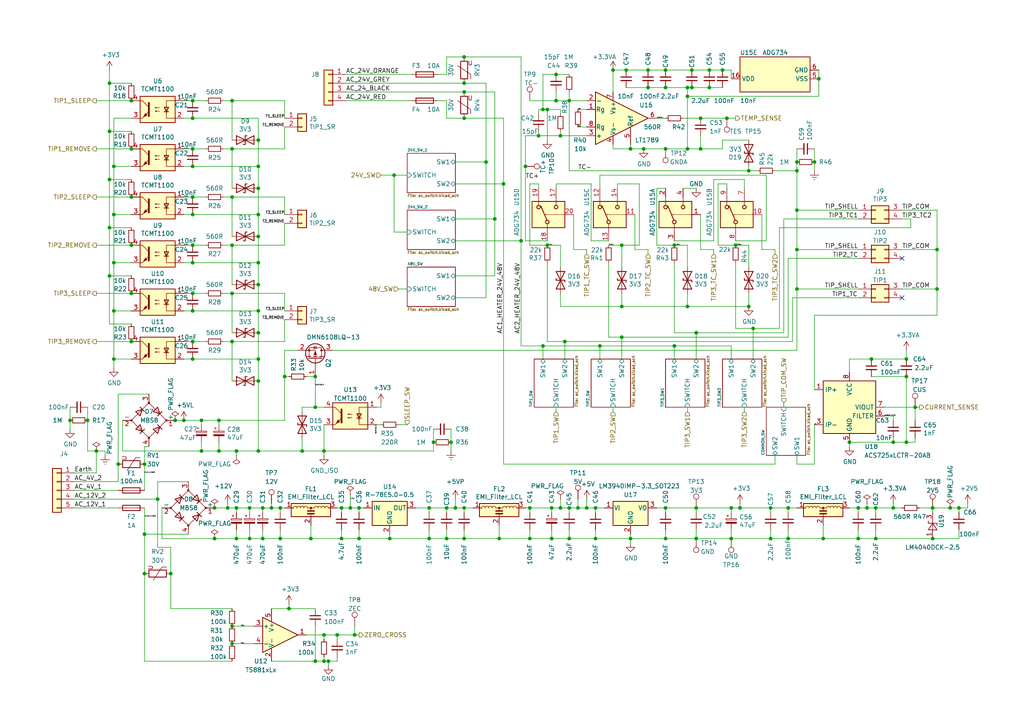
<source format=kicad_sch>
(kicad_sch (version 20230121) (generator eeschema)
  (paper "A4")
  (junction (at 31.75 66.04))
  (junction (at 68.58 130.81))
  (junction (at 74.93 76.2))
  (junction (at 228.6 147.32))
  (junction (at 113.03 156.21))
  (junction (at 55.88 99.06))
  (junction (at 104.14 147.32))
  (junction (at 187.96 25.4))
  (junction (at 74.93 40.64))
  (junction (at 143.51 63.5))
  (junction (at 41.91 166.37))
  (junction (at 231.14 83.82))
  (junction (at 125.73 128.27))
  (junction (at 38.1 99.06))
  (junction (at 97.79 184.15))
  (junction (at 55.88 104.14))
  (junction (at 212.09 156.21))
  (junction (at 31.75 52.07))
  (junction (at 91.44 118.11))
  (junction (at 270.51 156.21))
  (junction (at 213.36 71.12))
  (junction (at 124.46 156.21))
  (junction (at 134.62 147.32))
  (junction (at 180.34 88.9))
  (junction (at 214.63 147.32))
  (junction (at 265.43 118.11))
  (junction (at 55.88 57.15))
  (junction (at 167.64 147.32))
  (junction (at 134.62 156.21))
  (junction (at 158.75 71.12))
  (junction (at 201.93 156.21))
  (junction (at 165.1 29.21))
  (junction (at 20.32 121.92))
  (junction (at 55.88 71.12))
  (junction (at 67.31 29.21))
  (junction (at 76.2 147.32))
  (junction (at 203.2 34.29))
  (junction (at 55.88 48.26))
  (junction (at 180.34 71.12))
  (junction (at 34.29 134.62))
  (junction (at 58.42 121.92))
  (junction (at 193.04 147.32))
  (junction (at 45.72 144.78))
  (junction (at 262.89 109.22))
  (junction (at 41.91 134.62))
  (junction (at 200.66 20.32))
  (junction (at 50.8 121.92))
  (junction (at 62.23 156.21))
  (junction (at 246.38 128.27))
  (junction (at 228.6 156.21))
  (junction (at 223.52 147.32))
  (junction (at 217.17 88.9))
  (junction (at 160.02 156.21))
  (junction (at 53.34 121.92))
  (junction (at 31.75 24.13))
  (junction (at 193.04 20.32))
  (junction (at 193.04 156.21))
  (junction (at 157.48 100.33))
  (junction (at 33.02 76.2))
  (junction (at 201.93 96.52))
  (junction (at 162.56 39.37))
  (junction (at 144.78 156.21))
  (junction (at 31.75 38.1))
  (junction (at 93.98 130.81))
  (junction (at 74.93 104.14))
  (junction (at 270.51 147.32))
  (junction (at 278.13 147.32))
  (junction (at 55.88 34.29))
  (junction (at 83.82 176.53))
  (junction (at 124.46 147.32))
  (junction (at 67.31 85.09))
  (junction (at 129.54 156.21))
  (junction (at 129.54 147.32))
  (junction (at 74.93 110.49))
  (junction (at 134.62 16.51))
  (junction (at 231.14 49.53))
  (junction (at 78.74 147.32))
  (junction (at 236.22 46.99))
  (junction (at 55.88 85.09))
  (junction (at 66.04 147.32))
  (junction (at 153.67 147.32))
  (junction (at 99.06 156.21))
  (junction (at 67.31 99.06))
  (junction (at 205.74 20.32))
  (junction (at 199.39 27.94))
  (junction (at 87.63 130.81))
  (junction (at 38.1 29.21))
  (junction (at 55.88 76.2))
  (junction (at 205.74 25.4))
  (junction (at 252.73 104.14))
  (junction (at 163.83 99.06))
  (junction (at 200.66 25.4))
  (junction (at 82.55 109.22))
  (junction (at 182.88 43.18))
  (junction (at 67.31 181.61))
  (junction (at 254 147.32))
  (junction (at 217.17 49.53))
  (junction (at 63.5 121.92))
  (junction (at 114.3 50.8))
  (junction (at 251.46 147.32))
  (junction (at 186.69 43.18))
  (junction (at 170.18 147.32))
  (junction (at 187.96 20.32))
  (junction (at 156.21 39.37))
  (junction (at 99.06 147.32))
  (junction (at 63.5 130.81))
  (junction (at 74.93 82.55))
  (junction (at 262.89 128.27))
  (junction (at 49.53 166.37))
  (junction (at 237.49 22.86))
  (junction (at 271.78 83.82))
  (junction (at 76.2 156.21))
  (junction (at 91.44 191.77))
  (junction (at 55.88 29.21))
  (junction (at 259.08 128.27))
  (junction (at 165.1 156.21))
  (junction (at 74.93 54.61))
  (junction (at 91.44 109.22))
  (junction (at 33.02 62.23))
  (junction (at 193.04 43.18))
  (junction (at 67.31 71.12))
  (junction (at 248.92 147.32))
  (junction (at 27.94 130.81))
  (junction (at 203.2 43.18))
  (junction (at 74.93 96.52))
  (junction (at 81.28 156.21))
  (junction (at 152.4 48.26))
  (junction (at 193.04 25.4))
  (junction (at 199.39 43.18))
  (junction (at 101.6 147.32))
  (junction (at 38.1 85.09))
  (junction (at 172.72 156.21))
  (junction (at 177.8 20.32))
  (junction (at 173.99 100.33))
  (junction (at 72.39 147.32))
  (junction (at 55.88 43.18))
  (junction (at 74.93 90.17))
  (junction (at 195.58 100.33))
  (junction (at 271.78 72.39))
  (junction (at 33.02 90.17))
  (junction (at 93.98 184.15))
  (junction (at 199.39 25.4))
  (junction (at 132.08 147.32))
  (junction (at 201.93 147.32))
  (junction (at 165.1 147.32))
  (junction (at 153.67 156.21))
  (junction (at 180.34 97.79))
  (junction (at 67.31 43.18))
  (junction (at 38.1 71.12))
  (junction (at 93.98 191.77))
  (junction (at 72.39 156.21))
  (junction (at 151.13 69.85))
  (junction (at 209.55 20.32))
  (junction (at 140.97 46.99))
  (junction (at 74.93 48.26))
  (junction (at 74.93 62.23))
  (junction (at 95.25 191.77))
  (junction (at 160.02 147.32))
  (junction (at 81.28 147.32))
  (junction (at 262.89 104.14))
  (junction (at 134.62 34.29))
  (junction (at 74.93 130.81))
  (junction (at 90.17 156.21))
  (junction (at 33.02 48.26))
  (junction (at 231.14 46.99))
  (junction (at 210.82 34.29))
  (junction (at 161.29 21.59))
  (junction (at 55.88 90.17))
  (junction (at 74.93 68.58))
  (junction (at 134.62 26.67))
  (junction (at 41.91 154.94))
  (junction (at 218.44 95.25))
  (junction (at 158.75 31.75))
  (junction (at 161.29 29.21))
  (junction (at 162.56 147.32))
  (junction (at 275.59 147.32))
  (junction (at 58.42 130.81))
  (junction (at 181.61 20.32))
  (junction (at 38.1 43.18))
  (junction (at 195.58 71.12))
  (junction (at 55.88 62.23))
  (junction (at 231.14 72.39))
  (junction (at 33.02 104.14))
  (junction (at 25.4 121.92))
  (junction (at 238.76 156.21))
  (junction (at 62.23 147.32))
  (junction (at 254 156.21))
  (junction (at 223.52 156.21))
  (junction (at 212.09 147.32))
  (junction (at 130.81 128.27))
  (junction (at 38.1 57.15))
  (junction (at 102.87 184.15))
  (junction (at 248.92 156.21))
  (junction (at 68.58 156.21))
  (junction (at 134.62 24.13))
  (junction (at 67.31 186.69))
  (junction (at 68.58 147.32))
  (junction (at 182.88 156.21))
  (junction (at 172.72 147.32))
  (junction (at 231.14 60.96))
  (junction (at 199.39 88.9))
  (junction (at 67.31 57.15))
  (junction (at 157.48 31.75))
  (junction (at 146.05 53.34))
  (junction (at 104.14 156.21))
  (junction (at 259.08 147.32))
  (junction (at 31.75 80.01))
  (no_connect (at 261.62 74.93))
  (no_connect (at 261.62 86.36))
  (wire (pts (xy 104.14 156.21) (xy 113.03 156.21)))
  (wire (pts (xy 74.93 76.2) (xy 74.93 82.55)))
  (wire (pts (xy 63.5 128.27) (xy 63.5 130.81)))
  (wire (pts (xy 213.36 69.85) (xy 222.25 69.85)))
  (wire (pts (xy 143.51 80.01) (xy 143.51 63.5)))
  (wire (pts (xy 134.62 156.21) (xy 144.78 156.21)))
  (wire (pts (xy 180.34 71.12) (xy 185.42 71.12)))
  (wire (pts (xy 199.39 118.11) (xy 199.39 119.38)))
  (wire (pts (xy 68.58 153.67) (xy 68.58 156.21)))
  (wire (pts (xy 212.09 104.14) (xy 212.09 100.33)))
  (wire (pts (xy 200.66 25.4) (xy 205.74 25.4)))
  (wire (pts (xy 254 156.21) (xy 270.51 156.21)))
  (wire (pts (xy 173.99 104.14) (xy 173.99 100.33)))
  (wire (pts (xy 120.65 147.32) (xy 124.46 147.32)))
  (wire (pts (xy 143.51 63.5) (xy 143.51 26.67)))
  (wire (pts (xy 72.39 147.32) (xy 76.2 147.32)))
  (wire (pts (xy 53.34 85.09) (xy 55.88 85.09)))
  (wire (pts (xy 132.08 86.36) (xy 140.97 86.36)))
  (wire (pts (xy 173.99 50.8) (xy 173.99 54.61)))
  (wire (pts (xy 262.89 104.14) (xy 262.89 101.6)))
  (wire (pts (xy 217.17 85.09) (xy 217.17 88.9)))
  (wire (pts (xy 87.63 130.81) (xy 93.98 130.81)))
  (wire (pts (xy 93.98 130.81) (xy 125.73 130.81)))
  (wire (pts (xy 74.93 68.58) (xy 74.93 76.2)))
  (wire (pts (xy 93.98 132.08) (xy 93.98 130.81)))
  (wire (pts (xy 114.3 67.31) (xy 118.11 67.31)))
  (wire (pts (xy 212.09 156.21) (xy 212.09 153.67)))
  (wire (pts (xy 41.91 154.94) (xy 54.61 154.94)))
  (wire (pts (xy 278.13 147.32) (xy 280.67 147.32)))
  (wire (pts (xy 55.88 76.2) (xy 74.93 76.2)))
  (wire (pts (xy 193.04 25.4) (xy 199.39 25.4)))
  (wire (pts (xy 34.29 134.62) (xy 34.29 139.7)))
  (wire (pts (xy 161.29 54.61) (xy 161.29 53.34)))
  (wire (pts (xy 45.72 158.75) (xy 49.53 158.75)))
  (wire (pts (xy 252.73 109.22) (xy 262.89 109.22)))
  (wire (pts (xy 229.87 86.36) (xy 229.87 99.06)))
  (wire (pts (xy 157.48 31.75) (xy 156.21 31.75)))
  (wire (pts (xy 21.59 144.78) (xy 45.72 144.78)))
  (wire (pts (xy 68.58 132.08) (xy 68.58 130.81)))
  (wire (pts (xy 82.55 57.15) (xy 82.55 62.23)))
  (wire (pts (xy 181.61 20.32) (xy 187.96 20.32)))
  (wire (pts (xy 53.34 48.26) (xy 55.88 48.26)))
  (wire (pts (xy 231.14 60.96) (xy 231.14 72.39)))
  (wire (pts (xy 182.88 43.18) (xy 186.69 43.18)))
  (wire (pts (xy 199.39 88.9) (xy 217.17 88.9)))
  (wire (pts (xy 248.92 74.93) (xy 228.6 74.93)))
  (wire (pts (xy 86.36 101.6) (xy 82.55 101.6)))
  (wire (pts (xy 166.37 72.39) (xy 170.18 72.39)))
  (wire (pts (xy 31.75 80.01) (xy 31.75 66.04)))
  (wire (pts (xy 162.56 38.1) (xy 162.56 39.37)))
  (wire (pts (xy 153.67 156.21) (xy 160.02 156.21)))
  (wire (pts (xy 163.83 99.06) (xy 229.87 99.06)))
  (wire (pts (xy 246.38 147.32) (xy 248.92 147.32)))
  (wire (pts (xy 53.34 104.14) (xy 55.88 104.14)))
  (wire (pts (xy 224.79 49.53) (xy 231.14 49.53)))
  (wire (pts (xy 213.36 95.25) (xy 218.44 95.25)))
  (wire (pts (xy 209.55 43.18) (xy 209.55 40.64)))
  (wire (pts (xy 100.33 29.21) (xy 119.38 29.21)))
  (wire (pts (xy 21.59 139.7) (xy 34.29 139.7)))
  (wire (pts (xy 38.1 93.98) (xy 31.75 93.98)))
  (wire (pts (xy 166.37 62.23) (xy 166.37 72.39)))
  (wire (pts (xy 210.82 34.29) (xy 213.36 34.29)))
  (wire (pts (xy 181.61 25.4) (xy 187.96 25.4)))
  (wire (pts (xy 213.36 76.2) (xy 213.36 95.25)))
  (wire (pts (xy 30.48 130.81) (xy 30.48 132.08)))
  (wire (pts (xy 64.77 43.18) (xy 67.31 43.18)))
  (wire (pts (xy 278.13 156.21) (xy 278.13 153.67)))
  (wire (pts (xy 140.97 86.36) (xy 140.97 46.99)))
  (wire (pts (xy 38.1 43.18) (xy 27.94 43.18)))
  (wire (pts (xy 228.6 97.79) (xy 180.34 97.79)))
  (wire (pts (xy 67.31 96.52) (xy 67.31 85.09)))
  (wire (pts (xy 31.75 93.98) (xy 31.75 80.01)))
  (wire (pts (xy 165.1 156.21) (xy 172.72 156.21)))
  (wire (pts (xy 153.67 29.21) (xy 161.29 29.21)))
  (wire (pts (xy 82.55 99.06) (xy 82.55 92.71)))
  (wire (pts (xy 67.31 57.15) (xy 67.31 68.58)))
  (wire (pts (xy 210.82 54.61) (xy 210.82 53.34)))
  (wire (pts (xy 199.39 43.18) (xy 193.04 43.18)))
  (wire (pts (xy 81.28 156.21) (xy 90.17 156.21)))
  (wire (pts (xy 220.98 62.23) (xy 220.98 72.39)))
  (wire (pts (xy 67.31 82.55) (xy 67.31 71.12)))
  (wire (pts (xy 114.3 67.31) (xy 114.3 50.8)))
  (wire (pts (xy 55.88 57.15) (xy 59.69 57.15)))
  (wire (pts (xy 21.59 142.24) (xy 34.29 142.24)))
  (wire (pts (xy 53.34 71.12) (xy 55.88 71.12)))
  (wire (pts (xy 237.49 20.32) (xy 237.49 22.86)))
  (wire (pts (xy 231.14 72.39) (xy 231.14 83.82)))
  (wire (pts (xy 227.33 96.52) (xy 201.93 96.52)))
  (wire (pts (xy 212.09 147.32) (xy 212.09 148.59)))
  (wire (pts (xy 187.96 20.32) (xy 193.04 20.32)))
  (wire (pts (xy 176.53 76.2) (xy 176.53 97.79)))
  (wire (pts (xy 262.89 104.14) (xy 252.73 104.14)))
  (wire (pts (xy 199.39 25.4) (xy 199.39 27.94)))
  (wire (pts (xy 101.6 143.51) (xy 101.6 147.32)))
  (wire (pts (xy 275.59 147.32) (xy 278.13 147.32)))
  (wire (pts (xy 158.75 40.64) (xy 158.75 31.75)))
  (wire (pts (xy 144.78 156.21) (xy 153.67 156.21)))
  (wire (pts (xy 83.82 176.53) (xy 91.44 176.53)))
  (wire (pts (xy 100.33 21.59) (xy 119.38 21.59)))
  (wire (pts (xy 27.94 130.81) (xy 25.4 130.81)))
  (wire (pts (xy 236.22 123.19) (xy 236.22 134.62)))
  (wire (pts (xy 38.1 71.12) (xy 27.94 71.12)))
  (wire (pts (xy 35.56 121.92) (xy 35.56 130.81)))
  (wire (pts (xy 34.29 114.3) (xy 43.18 114.3)))
  (wire (pts (xy 254 147.32) (xy 259.08 147.32)))
  (wire (pts (xy 64.77 99.06) (xy 67.31 99.06)))
  (wire (pts (xy 248.92 147.32) (xy 248.92 148.59)))
  (wire (pts (xy 73.66 186.69) (xy 67.31 186.69)))
  (wire (pts (xy 74.93 130.81) (xy 87.63 130.81)))
  (wire (pts (xy 67.31 99.06) (xy 82.55 99.06)))
  (wire (pts (xy 67.31 110.49) (xy 67.31 99.06)))
  (wire (pts (xy 53.34 29.21) (xy 55.88 29.21)))
  (wire (pts (xy 114.3 50.8) (xy 110.49 50.8)))
  (wire (pts (xy 38.1 90.17) (xy 33.02 90.17)))
  (wire (pts (xy 228.6 74.93) (xy 228.6 97.79)))
  (wire (pts (xy 198.12 54.61) (xy 201.93 54.61)))
  (wire (pts (xy 31.75 52.07) (xy 31.75 38.1)))
  (wire (pts (xy 203.2 62.23) (xy 203.2 72.39)))
  (wire (pts (xy 171.45 69.85) (xy 171.45 53.34)))
  (wire (pts (xy 278.13 147.32) (xy 278.13 148.59)))
  (wire (pts (xy 201.93 147.32) (xy 212.09 147.32)))
  (wire (pts (xy 184.15 72.39) (xy 187.96 72.39)))
  (wire (pts (xy 152.4 147.32) (xy 153.67 147.32)))
  (wire (pts (xy 195.58 71.12) (xy 199.39 71.12)))
  (wire (pts (xy 231.14 43.18) (xy 231.14 46.99)))
  (wire (pts (xy 76.2 153.67) (xy 76.2 156.21)))
  (wire (pts (xy 45.72 139.7) (xy 54.61 139.7)))
  (wire (pts (xy 134.62 153.67) (xy 134.62 156.21)))
  (wire (pts (xy 31.75 24.13) (xy 31.75 20.32)))
  (wire (pts (xy 101.6 147.32) (xy 104.14 147.32)))
  (wire (pts (xy 212.09 147.32) (xy 214.63 147.32)))
  (wire (pts (xy 83.82 109.22) (xy 82.55 109.22)))
  (wire (pts (xy 38.1 24.13) (xy 31.75 24.13)))
  (wire (pts (xy 33.02 48.26) (xy 33.02 62.23)))
  (wire (pts (xy 59.69 99.06) (xy 55.88 99.06)))
  (wire (pts (xy 93.98 184.15) (xy 97.79 184.15)))
  (wire (pts (xy 129.54 156.21) (xy 134.62 156.21)))
  (wire (pts (xy 262.89 128.27) (xy 259.08 128.27)))
  (wire (pts (xy 76.2 148.59) (xy 76.2 147.32)))
  (wire (pts (xy 165.1 21.59) (xy 161.29 21.59)))
  (wire (pts (xy 217.17 49.53) (xy 219.71 49.53)))
  (wire (pts (xy 203.2 39.37) (xy 203.2 43.18)))
  (wire (pts (xy 74.93 34.29) (xy 74.93 40.64)))
  (wire (pts (xy 27.94 130.81) (xy 27.94 137.16)))
  (wire (pts (xy 67.31 85.09) (xy 82.55 85.09)))
  (wire (pts (xy 231.14 83.82) (xy 248.92 83.82)))
  (wire (pts (xy 224.79 134.62) (xy 146.05 134.62)))
  (wire (pts (xy 81.28 147.32) (xy 82.55 147.32)))
  (wire (pts (xy 64.77 85.09) (xy 67.31 85.09)))
  (wire (pts (xy 45.72 144.78) (xy 45.72 158.75)))
  (wire (pts (xy 158.75 31.75) (xy 162.56 31.75)))
  (wire (pts (xy 124.46 153.67) (xy 124.46 156.21)))
  (wire (pts (xy 153.67 153.67) (xy 153.67 156.21)))
  (wire (pts (xy 38.1 52.07) (xy 31.75 52.07)))
  (wire (pts (xy 125.73 124.46) (xy 125.73 128.27)))
  (wire (pts (xy 66.04 147.32) (xy 68.58 147.32)))
  (wire (pts (xy 201.93 156.21) (xy 201.93 153.67)))
  (wire (pts (xy 27.94 99.06) (xy 38.1 99.06)))
  (wire (pts (xy 271.78 60.96) (xy 271.78 72.39)))
  (wire (pts (xy 167.64 144.78) (xy 167.64 147.32)))
  (wire (pts (xy 223.52 147.32) (xy 228.6 147.32)))
  (wire (pts (xy 93.98 190.5) (xy 93.98 191.77)))
  (wire (pts (xy 237.49 27.94) (xy 199.39 27.94)))
  (wire (pts (xy 270.51 156.21) (xy 278.13 156.21)))
  (wire (pts (xy 170.18 36.83) (xy 167.64 36.83)))
  (wire (pts (xy 91.44 109.22) (xy 91.44 118.11)))
  (wire (pts (xy 38.1 62.23) (xy 33.02 62.23)))
  (wire (pts (xy 195.58 100.33) (xy 212.09 100.33)))
  (wire (pts (xy 53.34 99.06) (xy 55.88 99.06)))
  (wire (pts (xy 83.82 175.26) (xy 83.82 176.53)))
  (wire (pts (xy 64.77 57.15) (xy 67.31 57.15)))
  (wire (pts (xy 74.93 104.14) (xy 74.93 110.49)))
  (wire (pts (xy 158.75 71.12) (xy 153.67 71.12)))
  (wire (pts (xy 76.2 156.21) (xy 81.28 156.21)))
  (wire (pts (xy 151.13 16.51) (xy 151.13 69.85)))
  (wire (pts (xy 81.28 148.59) (xy 81.28 147.32)))
  (wire (pts (xy 227.33 63.5) (xy 227.33 96.52)))
  (wire (pts (xy 266.7 147.32) (xy 270.51 147.32)))
  (wire (pts (xy 146.05 53.34) (xy 146.05 134.62)))
  (wire (pts (xy 227.33 118.11) (xy 227.33 116.84)))
  (wire (pts (xy 93.98 184.15) (xy 93.98 185.42)))
  (wire (pts (xy 45.72 144.78) (xy 45.72 139.7)))
  (wire (pts (xy 162.56 88.9) (xy 180.34 88.9)))
  (wire (pts (xy 115.57 123.19) (xy 118.11 123.19)))
  (wire (pts (xy 129.54 153.67) (xy 129.54 156.21)))
  (wire (pts (xy 214.63 147.32) (xy 214.63 146.05)))
  (wire (pts (xy 99.06 147.32) (xy 99.06 148.59)))
  (wire (pts (xy 179.07 53.34) (xy 179.07 54.61)))
  (wire (pts (xy 231.14 72.39) (xy 248.92 72.39)))
  (wire (pts (xy 207.01 52.07) (xy 207.01 69.85)))
  (wire (pts (xy 97.79 184.15) (xy 97.79 185.42)))
  (wire (pts (xy 203.2 34.29) (xy 210.82 34.29)))
  (wire (pts (xy 33.02 76.2) (xy 33.02 90.17)))
  (wire (pts (xy 87.63 118.11) (xy 87.63 119.38)))
  (wire (pts (xy 129.54 21.59) (xy 129.54 16.51)))
  (wire (pts (xy 67.31 57.15) (xy 82.55 57.15)))
  (wire (pts (xy 271.78 91.44) (xy 271.78 83.82)))
  (wire (pts (xy 152.4 48.26) (xy 152.4 69.85)))
  (wire (pts (xy 38.1 76.2) (xy 33.02 76.2)))
  (wire (pts (xy 182.88 41.91) (xy 182.88 43.18)))
  (wire (pts (xy 165.1 147.32) (xy 167.64 147.32)))
  (wire (pts (xy 165.1 29.21) (xy 165.1 49.53)))
  (wire (pts (xy 27.94 85.09) (xy 38.1 85.09)))
  (wire (pts (xy 261.62 83.82) (xy 271.78 83.82)))
  (wire (pts (xy 58.42 121.92) (xy 58.42 123.19)))
  (wire (pts (xy 38.1 48.26) (xy 33.02 48.26)))
  (wire (pts (xy 55.88 85.09) (xy 59.69 85.09)))
  (wire (pts (xy 20.32 118.11) (xy 20.32 121.92)))
  (wire (pts (xy 185.42 71.12) (xy 185.42 53.34)))
  (wire (pts (xy 33.02 90.17) (xy 33.02 104.14)))
  (wire (pts (xy 162.56 71.12) (xy 162.56 77.47)))
  (wire (pts (xy 64.77 71.12) (xy 67.31 71.12)))
  (wire (pts (xy 271.78 83.82) (xy 271.78 72.39)))
  (wire (pts (xy 90.17 156.21) (xy 99.06 156.21)))
  (wire (pts (xy 53.34 76.2) (xy 55.88 76.2)))
  (wire (pts (xy 156.21 53.34) (xy 156.21 54.61)))
  (wire (pts (xy 157.48 100.33) (xy 173.99 100.33)))
  (wire (pts (xy 170.18 31.75) (xy 167.64 31.75)))
  (wire (pts (xy 74.93 90.17) (xy 74.93 96.52)))
  (wire (pts (xy 212.09 20.32) (xy 209.55 20.32)))
  (wire (pts (xy 31.75 38.1) (xy 31.75 24.13)))
  (wire (pts (xy 55.88 34.29) (xy 74.93 34.29)))
  (wire (pts (xy 190.5 54.61) (xy 193.04 54.61)))
  (wire (pts (xy 236.22 43.18) (xy 236.22 46.99)))
  (wire (pts (xy 68.58 148.59) (xy 68.58 147.32)))
  (wire (pts (xy 182.88 156.21) (xy 182.88 157.48)))
  (wire (pts (xy 264.16 66.04) (xy 264.16 63.5)))
  (wire (pts (xy 203.2 43.18) (xy 199.39 43.18)))
  (wire (pts (xy 153.67 148.59) (xy 153.67 147.32)))
  (wire (pts (xy 165.1 153.67) (xy 165.1 156.21)))
  (wire (pts (xy 265.43 118.11) (xy 266.7 118.11)))
  (wire (pts (xy 199.39 85.09) (xy 199.39 88.9)))
  (wire (pts (xy 187.96 72.39) (xy 187.96 73.66)))
  (wire (pts (xy 236.22 113.03) (xy 236.22 91.44)))
  (wire (pts (xy 73.66 181.61) (xy 67.31 181.61)))
  (wire (pts (xy 195.58 76.2) (xy 195.58 96.52)))
  (wire (pts (xy 74.93 40.64) (xy 74.93 48.26)))
  (wire (pts (xy 201.93 96.52) (xy 201.93 104.14)))
  (wire (pts (xy 217.17 71.12) (xy 217.17 77.47)))
  (wire (pts (xy 180.34 71.12) (xy 180.34 77.47)))
  (wire (pts (xy 46.99 156.21) (xy 62.23 156.21)))
  (wire (pts (xy 132.08 144.78) (xy 132.08 147.32)))
  (wire (pts (xy 246.38 128.27) (xy 246.38 129.54)))
  (wire (pts (xy 96.52 101.6) (xy 231.14 101.6)))
  (wire (pts (xy 115.57 83.82) (xy 118.11 83.82)))
  (wire (pts (xy 270.51 147.32) (xy 270.51 148.59)))
  (wire (pts (xy 63.5 130.81) (xy 68.58 130.81)))
  (wire (pts (xy 215.9 118.11) (xy 215.9 119.38)))
  (wire (pts (xy 20.32 121.92) (xy 20.32 124.46)))
  (wire (pts (xy 74.93 48.26) (xy 74.93 54.61)))
  (wire (pts (xy 134.62 147.32) (xy 137.16 147.32)))
  (wire (pts (xy 38.1 38.1) (xy 31.75 38.1)))
  (wire (pts (xy 34.29 114.3) (xy 34.29 134.62)))
  (wire (pts (xy 223.52 148.59) (xy 223.52 147.32)))
  (wire (pts (xy 195.58 104.14) (xy 195.58 100.33)))
  (wire (pts (xy 167.64 147.32) (xy 170.18 147.32)))
  (wire (pts (xy 144.78 152.4) (xy 144.78 156.21)))
  (wire (pts (xy 198.12 34.29) (xy 203.2 34.29)))
  (wire (pts (xy 157.48 104.14) (xy 157.48 100.33)))
  (wire (pts (xy 78.74 191.77) (xy 91.44 191.77)))
  (wire (pts (xy 262.89 109.22) (xy 262.89 128.27)))
  (wire (pts (xy 67.31 40.64) (xy 67.31 29.21)))
  (wire (pts (xy 231.14 49.53) (xy 231.14 60.96)))
  (wire (pts (xy 67.31 43.18) (xy 82.55 43.18)))
  (wire (pts (xy 217.17 48.26) (xy 217.17 49.53)))
  (wire (pts (xy 199.39 27.94) (xy 199.39 43.18)))
  (wire (pts (xy 259.08 120.65) (xy 259.08 121.92)))
  (wire (pts (xy 212.09 22.86) (xy 212.09 20.32)))
  (wire (pts (xy 55.88 104.14) (xy 74.93 104.14)))
  (wire (pts (xy 93.98 123.19) (xy 93.98 130.81)))
  (wire (pts (xy 176.53 69.85) (xy 171.45 69.85)))
  (wire (pts (xy 82.55 71.12) (xy 82.55 64.77)))
  (wire (pts (xy 100.33 24.13) (xy 134.62 24.13)))
  (wire (pts (xy 161.29 26.67) (xy 161.29 29.21)))
  (wire (pts (xy 55.88 90.17) (xy 74.93 90.17)))
  (wire (pts (xy 104.14 148.59) (xy 104.14 147.32)))
  (wire (pts (xy 129.54 148.59) (xy 129.54 147.32)))
  (wire (pts (xy 58.42 130.81) (xy 63.5 130.81)))
  (wire (pts (xy 38.1 104.14) (xy 33.02 104.14)))
  (wire (pts (xy 162.56 144.78) (xy 162.56 147.32)))
  (wire (pts (xy 129.54 34.29) (xy 134.62 34.29)))
  (wire (pts (xy 140.97 24.13) (xy 134.62 24.13)))
  (wire (pts (xy 104.14 147.32) (xy 105.41 147.32)))
  (wire (pts (xy 231.14 83.82) (xy 231.14 101.6)))
  (wire (pts (xy 132.08 147.32) (xy 134.62 147.32)))
  (wire (pts (xy 162.56 147.32) (xy 160.02 147.32)))
  (wire (pts (xy 109.22 123.19) (xy 110.49 123.19)))
  (wire (pts (xy 190.5 147.32) (xy 193.04 147.32)))
  (wire (pts (xy 76.2 147.32) (xy 78.74 147.32)))
  (wire (pts (xy 153.67 147.32) (xy 160.02 147.32)))
  (wire (pts (xy 33.02 62.23) (xy 33.02 76.2)))
  (wire (pts (xy 74.93 54.61) (xy 74.93 62.23)))
  (wire (pts (xy 146.05 34.29) (xy 146.05 53.34)))
  (wire (pts (xy 158.75 69.85) (xy 152.4 69.85)))
  (wire (pts (xy 130.81 124.46) (xy 130.81 128.27)))
  (wire (pts (xy 237.49 22.86) (xy 237.49 27.94)))
  (wire (pts (xy 129.54 16.51) (xy 134.62 16.51)))
  (wire (pts (xy 185.42 53.34) (xy 179.07 53.34)))
  (wire (pts (xy 261.62 60.96) (xy 271.78 60.96)))
  (wire (pts (xy 31.75 80.01) (xy 38.1 80.01)))
  (wire (pts (xy 177.8 41.91) (xy 177.8 43.18)))
  (wire (pts (xy 38.1 29.21) (xy 27.94 29.21)))
  (wire (pts (xy 163.83 99.06) (xy 163.83 104.14)))
  (wire (pts (xy 226.06 66.04) (xy 264.16 66.04)))
  (wire (pts (xy 214.63 147.32) (xy 223.52 147.32)))
  (wire (pts (xy 170.18 144.78) (xy 170.18 147.32)))
  (wire (pts (xy 215.9 52.07) (xy 207.01 52.07)))
  (wire (pts (xy 102.87 184.15) (xy 104.14 184.15)))
  (wire (pts (xy 35.56 130.81) (xy 58.42 130.81)))
  (wire (pts (xy 171.45 53.34) (xy 161.29 53.34)))
  (wire (pts (xy 27.94 130.81) (xy 30.48 130.81)))
  (wire (pts (xy 88.9 184.15) (xy 93.98 184.15)))
  (wire (pts (xy 127 29.21) (xy 129.54 29.21)))
  (wire (pts (xy 82.55 101.6) (xy 82.55 109.22)))
  (wire (pts (xy 180.34 97.79) (xy 180.34 104.14)))
  (wire (pts (xy 87.63 127) (xy 87.63 130.81)))
  (wire (pts (xy 176.53 97.79) (xy 180.34 97.79)))
  (wire (pts (xy 172.72 148.59) (xy 172.72 147.32)))
  (wire (pts (xy 165.1 49.53) (xy 217.17 49.53)))
  (wire (pts (xy 53.34 57.15) (xy 55.88 57.15)))
  (wire (pts (xy 46.99 147.32) (xy 46.99 156.21)))
  (wire (pts (xy 50.8 121.92) (xy 53.34 121.92)))
  (wire (pts (xy 41.91 166.37) (xy 41.91 154.94)))
  (wire (pts (xy 193.04 153.67) (xy 193.04 156.21)))
  (wire (pts (xy 156.21 31.75) (xy 156.21 33.02)))
  (wire (pts (xy 209.55 40.64) (xy 217.17 40.64)))
  (wire (pts (xy 190.5 34.29) (xy 193.04 34.29)))
  (wire (pts (xy 124.46 147.32) (xy 129.54 147.32)))
  (wire (pts (xy 41.91 166.37) (xy 41.91 191.77)))
  (wire (pts (xy 246.38 107.95) (xy 246.38 104.14)))
  (wire (pts (xy 82.55 85.09) (xy 82.55 90.17)))
  (wire (pts (xy 157.48 21.59) (xy 157.48 31.75)))
  (wire (pts (xy 162.56 85.09) (xy 162.56 88.9)))
  (wire (pts (xy 223.52 156.21) (xy 228.6 156.21)))
  (wire (pts (xy 91.44 181.61) (xy 91.44 191.77)))
  (wire (pts (xy 254 156.21) (xy 254 153.67)))
  (wire (pts (xy 68.58 147.32) (xy 72.39 147.32)))
  (wire (pts (xy 228.6 147.32) (xy 231.14 147.32)))
  (wire (pts (xy 220.98 72.39) (xy 224.79 72.39)))
  (wire (pts (xy 231.14 46.99) (xy 231.14 49.53)))
  (wire (pts (xy 184.15 62.23) (xy 184.15 72.39)))
  (wire (pts (xy 74.93 96.52) (xy 74.93 104.14)))
  (wire (pts (xy 90.17 152.4) (xy 90.17 156.21)))
  (wire (pts (xy 180.34 85.09) (xy 180.34 88.9)))
  (wire (pts (xy 78.74 176.53) (xy 83.82 176.53)))
  (wire (pts (xy 156.21 39.37) (xy 162.56 39.37)))
  (wire (pts (xy 172.72 153.67) (xy 172.72 156.21)))
  (wire (pts (xy 78.74 146.05) (xy 78.74 147.32)))
  (wire (pts (xy 203.2 43.18) (xy 209.55 43.18)))
  (wire (pts (xy 67.31 176.53) (xy 49.53 176.53)))
  (wire (pts (xy 74.93 62.23) (xy 74.93 68.58)))
  (wire (pts (xy 222.25 69.85) (xy 222.25 50.8)))
  (wire (pts (xy 25.4 118.11) (xy 25.4 121.92)))
  (wire (pts (xy 195.58 96.52) (xy 201.93 96.52)))
  (wire (pts (xy 31.75 66.04) (xy 31.75 52.07)))
  (wire (pts (xy 132.08 69.85) (xy 151.13 69.85)))
  (wire (pts (xy 38.1 57.15) (xy 27.94 57.15)))
  (wire (pts (xy 68.58 156.21) (xy 72.39 156.21)))
  (wire (pts (xy 74.93 82.55) (xy 74.93 90.17)))
  (wire (pts (xy 205.74 20.32) (xy 200.66 20.32)))
  (wire (pts (xy 160.02 148.59) (xy 160.02 147.32)))
  (wire (pts (xy 190.5 71.12) (xy 190.5 54.61)))
  (wire (pts (xy 38.1 34.29) (xy 33.02 34.29)))
  (wire (pts (xy 162.56 147.32) (xy 165.1 147.32)))
  (wire (pts (xy 25.4 130.81) (xy 25.4 121.92)))
  (wire (pts (xy 259.08 127) (xy 259.08 128.27)))
  (wire (pts (xy 193.04 43.18) (xy 186.69 43.18)))
  (wire (pts (xy 66.04 147.32) (xy 66.04 146.05)))
  (wire (pts (xy 201.93 147.32) (xy 201.93 148.59)))
  (wire (pts (xy 125.73 128.27) (xy 125.73 130.81)))
  (wire (pts (xy 165.1 26.67) (xy 165.1 29.21)))
  (wire (pts (xy 180.34 88.9) (xy 199.39 88.9)))
  (wire (pts (xy 113.03 156.21) (xy 124.46 156.21)))
  (wire (pts (xy 151.13 69.85) (xy 151.13 100.33)))
  (wire (pts (xy 129.54 29.21) (xy 129.54 34.29)))
  (wire (pts (xy 218.44 95.25) (xy 218.44 104.14)))
  (wire (pts (xy 95.25 191.77) (xy 95.25 193.04)))
  (wire (pts (xy 55.88 48.26) (xy 74.93 48.26)))
  (wire (pts (xy 270.51 147.32) (xy 275.59 147.32)))
  (wire (pts (xy 55.88 43.18) (xy 59.69 43.18)))
  (wire (pts (xy 124.46 156.21) (xy 129.54 156.21)))
  (wire (pts (xy 97.79 184.15) (xy 102.87 184.15)))
  (wire (pts (xy 251.46 146.05) (xy 251.46 147.32)))
  (wire (pts (xy 224.79 72.39) (xy 224.79 73.66)))
  (wire (pts (xy 160.02 156.21) (xy 165.1 156.21)))
  (wire (pts (xy 160.02 153.67) (xy 160.02 156.21)))
  (wire (pts (xy 177.8 43.18) (xy 182.88 43.18)))
  (wire (pts (xy 177.8 20.32) (xy 181.61 20.32)))
  (wire (pts (xy 161.29 21.59) (xy 157.48 21.59)))
  (wire (pts (xy 58.42 128.27) (xy 58.42 130.81)))
  (wire (pts (xy 132.08 63.5) (xy 143.51 63.5)))
  (wire (pts (xy 248.92 153.67) (xy 248.92 156.21)))
  (wire (pts (xy 78.74 147.32) (xy 81.28 147.32)))
  (wire (pts (xy 67.31 29.21) (xy 82.55 29.21)))
  (wire (pts (xy 68.58 130.81) (xy 74.93 130.81)))
  (wire (pts (xy 113.03 156.21) (xy 113.03 154.94)))
  (wire (pts (xy 236.22 91.44) (xy 271.78 91.44)))
  (wire (pts (xy 162.56 31.75) (xy 162.56 33.02)))
  (wire (pts (xy 231.14 134.62) (xy 231.14 132.08)))
  (wire (pts (xy 72.39 156.21) (xy 76.2 156.21)))
  (wire (pts (xy 153.67 71.12) (xy 153.67 53.34)))
  (wire (pts (xy 63.5 121.92) (xy 63.5 123.19)))
  (wire (pts (xy 231.14 60.96) (xy 248.92 60.96)))
  (wire (pts (xy 236.22 49.53) (xy 236.22 46.99)))
  (wire (pts (xy 226.06 66.04) (xy 226.06 95.25)))
  (wire (pts (xy 203.2 72.39) (xy 207.01 72.39)))
  (wire (pts (xy 153.67 53.34) (xy 156.21 53.34)))
  (wire (pts (xy 280.67 147.32) (xy 280.67 146.05)))
  (wire (pts (xy 58.42 121.92) (xy 63.5 121.92)))
  (wire (pts (xy 143.51 26.67) (xy 134.62 26.67)))
  (wire (pts (xy 130.81 130.81) (xy 130.81 128.27)))
  (wire (pts (xy 134.62 16.51) (xy 151.13 16.51)))
  (wire (pts (xy 165.1 148.59) (xy 165.1 147.32)))
  (wire (pts (xy 127 21.59) (xy 129.54 21.59)))
  (wire (pts (xy 41.91 147.32) (xy 41.91 154.94)))
  (wire (pts (xy 95.25 191.77) (xy 97.79 191.77)))
  (wire (pts (xy 172.72 147.32) (xy 175.26 147.32)))
  (wire (pts (xy 67.31 54.61) (xy 67.31 43.18)))
  (wire (pts (xy 91.44 118.11) (xy 87.63 118.11)))
  (wire (pts (xy 248.92 147.32) (xy 251.46 147.32)))
  (wire (pts (xy 33.02 104.14) (xy 33.02 106.68)))
  (wire (pts (xy 99.06 156.21) (xy 104.14 156.21)))
  (wire (pts (xy 158.75 99.06) (xy 163.83 99.06)))
  (wire (pts (xy 132.08 46.99) (xy 140.97 46.99)))
  (wire (pts (xy 170.18 147.32) (xy 172.72 147.32)))
  (wire (pts (xy 162.56 39.37) (xy 170.18 39.37)))
  (wire (pts (xy 193.04 156.21) (xy 201.93 156.21)))
  (wire (pts (xy 109.22 118.11) (xy 110.49 118.11)))
  (wire (pts (xy 132.08 80.01) (xy 143.51 80.01)))
  (wire (pts (xy 187.96 25.4) (xy 193.04 25.4)))
  (wire (pts (xy 140.97 46.99) (xy 140.97 24.13)))
  (wire (pts (xy 102.87 184.15) (xy 102.87 181.61)))
  (wire (pts (xy 134.62 147.32) (xy 134.62 148.59)))
  (wire (pts (xy 134.62 26.67) (xy 100.33 26.67)))
  (wire (pts (xy 212.09 156.21) (xy 223.52 156.21)))
  (wire (pts (xy 238.76 156.21) (xy 248.92 156.21)))
  (wire (pts (xy 182.88 156.21) (xy 193.04 156.21)))
  (wire (pts (xy 195.58 71.12) (xy 190.5 71.12)))
  (wire (pts (xy 176.53 71.12) (xy 180.34 71.12)))
  (wire (pts (xy 104.14 153.67) (xy 104.14 156.21)))
  (wire (pts (xy 195.58 69.85) (xy 207.01 69.85)))
  (wire (pts (xy 265.43 128.27) (xy 262.89 128.27)))
  (wire (pts (xy 165.1 29.21) (xy 170.18 29.21)))
  (wire (pts (xy 172.72 156.21) (xy 182.88 156.21)))
  (wire (pts (xy 53.34 34.29) (xy 55.88 34.29)))
  (wire (pts (xy 265.43 127) (xy 265.43 128.27)))
  (wire (pts (xy 271.78 72.39) (xy 261.62 72.39)))
  (wire (pts (xy 177.8 26.67) (xy 177.8 20.32)))
  (wire (pts (xy 170.18 72.39) (xy 170.18 73.66)))
  (wire (pts (xy 118.11 50.8) (xy 114.3 50.8)))
  (wire (pts (xy 82.55 43.18) (xy 82.55 36.83)))
  (wire (pts (xy 193.04 147.32) (xy 201.93 147.32)))
  (wire (pts (xy 246.38 128.27) (xy 259.08 128.27)))
  (wire (pts (xy 41.91 129.54) (xy 41.91 134.62)))
  (wire (pts (xy 228.6 156.21) (xy 238.76 156.21)))
  (wire (pts (xy 81.28 153.67) (xy 81.28 156.21)))
  (wire (pts (xy 151.13 100.33) (xy 157.48 100.33)))
  (wire (pts (xy 55.88 62.23) (xy 74.93 62.23)))
  (wire (pts (xy 157.48 31.75) (xy 158.75 31.75)))
  (wire (pts (xy 49.53 176.53) (xy 49.53 166.37)))
  (wire (pts (xy 21.59 137.16) (xy 27.94 137.16)))
  (wire (pts (xy 265.43 118.11) (xy 265.43 121.92)))
  (wire (pts (xy 226.06 95.25) (xy 218.44 95.25)))
  (wire (pts (xy 228.6 148.59) (xy 228.6 147.32)))
  (wire (pts (xy 223.52 153.67) (xy 223.52 156.21)))
  (wire (pts (xy 228.6 153.67) (xy 228.6 156.21)))
  (wire (pts (xy 246.38 104.14) (xy 252.73 104.14)))
  (wire (pts (xy 53.34 62.23) (xy 55.88 62.23)))
  (wire (pts (xy 82.55 34.29) (xy 82.55 29.21)))
  (wire (pts (xy 177.8 118.11) (xy 177.8 119.38)))
  (wire (pts (xy 72.39 153.67) (xy 72.39 156.21)))
  (wire (pts (xy 74.93 110.49) (xy 74.93 130.81)))
  (wire (pts (xy 99.06 153.67) (xy 99.06 156.21)))
  (wire (pts (xy 213.36 71.12) (xy 217.17 71.12)))
  (wire (pts (xy 193.04 148.59) (xy 193.04 147.32)))
  (wire (pts (xy 238.76 152.4) (xy 238.76 156.21)))
  (wire (pts (xy 209.55 25.4) (xy 205.74 25.4)))
  (wire (pts (xy 97.79 191.77) (xy 97.79 190.5)))
  (wire (pts (xy 201.93 156.21) (xy 212.09 156.21)))
  (wire (pts (xy 224.79 132.08) (xy 224.79 134.62)))
  (wire (pts (xy 222.25 50.8) (xy 173.99 50.8)))
  (wire (pts (xy 88.9 109.22) (xy 91.44 109.22)))
  (wire (pts (xy 259.08 147.32) (xy 261.62 147.32)))
  (wire (pts (xy 67.31 71.12) (xy 82.55 71.12)))
  (wire (pts (xy 256.54 120.65) (xy 259.08 120.65)))
  (wire (pts (xy 33.02 34.29) (xy 33.02 48.26)))
  (wire (pts (xy 248.92 86.36) (xy 229.87 86.36)))
  (wire (pts (xy 158.75 76.2) (xy 158.75 99.06)))
  (wire (pts (xy 208.28 53.34) (xy 208.28 71.12)))
  (wire (pts (xy 264.16 63.5) (xy 261.62 63.5)))
  (wire (pts (xy 72.39 148.59) (xy 72.39 147.32)))
  (wire (pts (xy 158.75 71.12) (xy 162.56 71.12)))
  (wire (pts (xy 41.91 191.77) (xy 67.31 191.77)))
  (wire (pts (xy 99.06 147.32) (xy 101.6 147.32)))
  (wire (pts (xy 93.98 191.77) (xy 95.25 191.77)))
  (wire (pts (xy 124.46 147.32) (xy 124.46 148.59)))
  (wire (pts (xy 62.23 147.32) (xy 66.04 147.32)))
  (wire (pts (xy 64.77 29.21) (xy 67.31 29.21)))
  (wire (pts (xy 129.54 147.32) (xy 132.08 147.32)))
  (wire (pts (xy 82.55 121.92) (xy 82.55 109.22)))
  (wire (pts (xy 173.99 100.33) (xy 195.58 100.33)))
  (wire (pts (xy 210.82 53.34) (xy 208.28 53.34)))
  (wire (pts (xy 53.34 121.92) (xy 58.42 121.92)))
  (wire (pts (xy 161.29 29.21) (xy 165.1 29.21)))
  (wire (pts (xy 38.1 66.04) (xy 31.75 66.04)))
  (wire (pts (xy 63.5 121.92) (xy 82.55 121.92)))
  (wire (pts (xy 199.39 25.4) (xy 200.66 25.4)))
  (wire (pts (xy 227.33 63.5) (xy 248.92 63.5)))
  (wire (pts (xy 199.39 71.12) (xy 199.39 77.47)))
  (wire (pts (xy 256.54 118.11) (xy 265.43 118.11)))
  (wire (pts (xy 59.69 71.12) (xy 55.88 71.12)))
  (wire (pts (xy 21.59 147.32) (xy 34.29 147.32)))
  (wire (pts (xy 259.08 147.32) (xy 259.08 146.05)))
  (wire (pts (xy 251.46 147.32) (xy 254 147.32)))
  (wire (pts (xy 209.55 20.32) (xy 205.74 20.32)))
  (wire (pts (xy 53.34 90.17) (xy 55.88 90.17)))
  (wire (pts (xy 97.79 147.32) (xy 99.06 147.32)))
  (wire (pts (xy 254 147.32) (xy 254 148.59)))
  (wire (pts (xy 248.92 156.21) (xy 254 156.21)))
  (wire (pts (xy 152.4 39.37) (xy 152.4 48.26)))
  (wire (pts (xy 62.23 156.21) (xy 68.58 156.21)))
  (wire (pts (xy 132.08 53.34) (xy 146.05 53.34)))
  (wire (pts (xy 207.01 72.39) (xy 207.01 73.66)))
  (wire (pts (xy 208.28 71.12) (xy 213.36 71.12)))
  (wire (pts (xy 134.62 34.29) (xy 146.05 34.29)))
  (wire (pts (xy 91.44 191.77) (xy 93.98 191.77)))
  (wire (pts (xy 41.91 129.54) (xy 43.18 129.54)))
  (wire (pts (xy 53.34 43.18) (xy 55.88 43.18)))
  (wire (pts (xy 59.69 29.21) (xy 55.88 29.21)))
  (wire (pts (xy 161.29 118.11) (xy 161.29 119.38)))
  (wire (pts (xy 110.49 118.11) (xy 110.49 116.84)))
  (wire (pts (xy 152.4 39.37) (xy 156.21 39.37)))
  (wire (pts (xy 200.66 20.32) (xy 193.04 20.32)))
  (wire (pts (xy 236.22 134.62) (xy 231.14 134.62)))
  (wire (pts (xy 93.98 118.11) (xy 91.44 118.11)))
  (wire (pts (xy 41.91 134.62) (xy 41.91 142.24)))
  (wire (pts (xy 182.88 154.94) (xy 182.88 156.21)))
  (wire (pts (xy 215.9 54.61) (xy 215.9 52.07)))
  (wire (pts (xy 156.21 38.1) (xy 156.21 39.37)))
  (wire (pts (xy 49.53 158.75) (xy 49.53 166.37)))
  (label "AC_24_BLACK" (at 100.33 26.67 0))
  (label "TIP_COM" (at 261.62 83.82 0))
  (label "TIP1_TC" (at 241.3 86.36 0))
  (label "TIP3_TC1" (at 248.92 63.5 180))
  (label "+12_F" (at 101.6 144.78 0) (effects (font (size 0.254 0.254))))
  (label "AC1_I" (at 69.85 186.69 0) (effects (font (size 0.254 0.254))))
  (label "T3_TS1_I" (at 195.58 71.12 0) (effects (font (size 0.254 0.254))))
  (label "RG2" (at 167.64 36.83 0) (effects (font (size 0.254 0.254))))
  (label "AC1_HEATER_24V_48V" (at 146.05 76.2 270))
  (label "AC_12V_1" (at 21.59 147.32 0))
  (label "RG1" (at 167.64 31.75 0) (effects (font (size 0.254 0.254))))
  (label "TIP_SHELL" (at 248.92 72.39 180))
  (label "T1_REMOVE" (at 82.55 36.83 180) (effects (font (size 0.762 0.762))))
  (label "AC_12V_1_FUSED" (at 41.91 149.86 0) (effects (font (size 0.254 0.254))))
  (label "TIP3_TC2" (at 261.62 63.5 0))
  (label "AC_12V_2" (at 21.59 144.78 0))
  (label "TIP_COM" (at 261.62 60.96 0))
  (label "T2_REMOVE" (at 82.55 64.77 180) (effects (font (size 0.762 0.762))))
  (label "SLEEP_SW_I1" (at 109.22 123.19 270) (effects (font (size 0.254 0.254))))
  (label "T2_TS_I" (at 176.53 71.12 0) (effects (font (size 0.254 0.254))))
  (label "IP-" (at 236.22 123.19 0) (effects (font (size 0.254 0.254))))
  (label "T3_REMOVE" (at 82.55 92.71 180) (effects (font (size 0.762 0.762))))
  (label "SLEEP_SW_I2" (at 91.44 111.76 0) (effects (font (size 0.254 0.254))))
  (label "TC+" (at 152.4 52.07 0))
  (label "T3_SLEEP" (at 82.55 90.17 180) (effects (font (size 0.762 0.762))))
  (label "T1_TS_I" (at 158.75 71.12 0) (effects (font (size 0.254 0.254))))
  (label "AC2_HEATER_24V_48V" (at 151.13 76.2 270))
  (label "AC_24V_RED" (at 100.33 29.21 0))
  (label "T1_S_I" (at 53.34 29.21 0) (effects (font (size 0.254 0.254))))
  (label "T3_R_I" (at 53.34 99.06 0) (effects (font (size 0.254 0.254))))
  (label "AC2_I" (at 69.85 181.61 0) (effects (font (size 0.254 0.254))))
  (label "AC_24V_GREY" (at 100.33 24.13 0))
  (label "T2_R_I" (at 53.34 71.12 0) (effects (font (size 0.254 0.254))))
  (label "T1_SLEEP" (at 82.55 34.29 180) (effects (font (size 0.762 0.762))))
  (label "AC_4V_1_FUSED" (at 41.91 137.16 0) (effects (font (size 0.254 0.254))))
  (label "CURRENT_FILTER" (at 256.54 120.65 0) (effects (font (size 0.254 0.254))))
  (label "AC_4V_2" (at 21.59 139.7 0))
  (label "T3_S_I" (at 53.34 85.09 0) (effects (font (size 0.254 0.254))))
  (label "TIP2_TC" (at 248.92 74.93 180))
  (label "T1_R_I" (at 53.34 43.18 0) (effects (font (size 0.254 0.254))))
  (label "AC_4V_1" (at 21.59 142.24 0))
  (label "TC-" (at 167.64 49.53 0))
  (label "T2_SLEEP" (at 82.55 62.23 180) (effects (font (size 0.762 0.762))))
  (label "AC_24V_ORANGE" (at 100.33 21.59 0))
  (label "TIP_COM" (at 261.62 72.39 0))
  (label "TIP_SHELL" (at 248.92 60.96 180))
  (label "Earth" (at 21.59 137.16 0))
  (label "TIP_SHELL" (at 248.92 83.82 180))
  (label "T3_TS2_I" (at 213.36 71.12 0) (effects (font (size 0.254 0.254))))
  (label "T2_S_I" (at 53.34 57.15 0) (effects (font (size 0.254 0.254))))
  (label "TEMP_S_I" (at 190.5 34.29 0) (effects (font (size 0.254 0.254))))
  (hierarchical_label "TIP2_REMOVE" (shape output) (at 27.94 71.12 180))
  (hierarchical_label "24V_SW" (shape input) (at 110.49 50.8 180))
  (hierarchical_label "TIP3_TC_SW2" (shape input) (at 224.79 73.66 270))
  (hierarchical_label "TIP1_REMOVE" (shape output) (at 27.94 43.18 180))
  (hierarchical_label "TIP2_SW" (shape input) (at 177.8 119.38 270))
  (hierarchical_label "TIP1_TC_SW" (shape input) (at 170.18 73.66 270))
  (hierarchical_label "TIP3_TC_SW1" (shape input) (at 207.01 73.66 270))
  (hierarchical_label "TEMP_SENSE" (shape output) (at 213.36 34.29 0))
  (hierarchical_label "TIP3_SW2" (shape input) (at 215.9 119.38 270))
  (hierarchical_label "TIP1_SW" (shape input) (at 161.29 119.38 270))
  (hierarchical_label "TIP3_SW1" (shape input) (at 199.39 119.38 270))
  (hierarchical_label "TIP_COM_SW" (shape input) (at 227.33 116.84 90))
  (hierarchical_label "TIP1_SLEEP" (shape output) (at 27.94 29.21 180))
  (hierarchical_label "CURRENT_SENSE" (shape output) (at 266.7 118.11 0))
  (hierarchical_label "TIP2_SLEEP" (shape output) (at 27.94 57.15 180))
  (hierarchical_label "48V_SW" (shape input) (at 115.57 83.82 180))
  (hierarchical_label "TIP2_TC_SW" (shape input) (at 187.96 73.66 270))
  (hierarchical_label "TIP3_SLEEP" (shape output) (at 27.94 85.09 180))
  (hierarchical_label "ZERO_CROSS" (shape output) (at 104.14 184.15 0))
  (hierarchical_label "TIP3_REMOVE" (shape output) (at 27.94 99.06 180))
  (hierarchical_label "SLEEP_SW" (shape input) (at 118.11 123.19 90))
  (symbol (lib_id "Device:R_Small") (at 67.31 189.23 0) (unit 1)
    (property "Reference" "R32" (at 60.96 187.96 0) (effects (justify left)))
    (property "Value" "100k" (at 60.96 190.5 0) (effects (justify left)))
    (property "Footprint" "Resistor_SMD:R_0402_1005Metric" (effects hide))
    (property "MOUSER_NO" "71-CRCW0402-100K-E3" (effects hide))
  )
  (symbol (lib_id "Device:R_Small") (at 67.31 179.07 0) (unit 1)
    (property "Reference" "R30" (at 60.96 177.8 0) (effects (justify left)))
    (property "Value" "100k" (at 60.96 180.34 0) (effects (justify left)))
    (property "Footprint" "Resistor_SMD:R_0402_1005Metric" (effects hide))
    (property "MOUSER_NO" "71-CRCW0402-100K-E3" (effects hide))
  )
  (symbol (lib_id "Device:R_Small") (at 67.31 184.15 180) (unit 1)
    (property "Reference" "R31" (at 64.77 182.88 0) (effects (justify left)))
    (property "Value" "10k" (at 64.77 185.42 0) (effects (justify left)))
    (property "Footprint" "Resistor_SMD:R_0402_1005Metric" (effects hide))
    (property "MOUSER_NO" "71-CRCW0402-10K-E3" (effects hide))
  )
  (symbol (lib_id "Device:R_Small") (at 93.98 187.96 0) (unit 1)
    (property "Reference" "R34" (at 87.63 186.69 0) (effects (justify left)))
    (property "Value" "100k" (at 86.36 189.23 0) (effects (justify left)))
    (property "Footprint" "Resistor_SMD:R_0402_1005Metric" (effects hide))
    (property "MOUSER_NO" "71-CRCW0402-100K-E3" (effects hide))
  )
  (symbol (lib_id "Amplifier_Operational:TS881xLx") (at 81.28 184.15 0) (unit 1)
    (property "Reference" "U12" (at 73.66 191.77 0) (effects (justify left)))
    (property "Value" "TS881xLx" (at 71.12 194.31 0) (effects (justify left)))
    (property "Footprint" "Package_TO_SOT_SMD:SOT-23-5" (effects hide))
    (property "Datasheet" "www.st.com/resource/en/datasheet/ts881.pdf" (effects hide))
    (property "MOUSER_NO" "511-TS881ILT" (effects hide))
  )
  (symbol (lib_id "Device:C_Small") (at 91.44 179.07 0) (unit 1)
    (property "Reference" "C33" (at 93.98 177.8 0) (effects (justify left)))
    (property "Value" "100nF" (at 93.98 180.34 0) (effects (justify left)))
    (property "Footprint" "Capacitor_SMD:C_0402_1005Metric" (effects hide))
    (property "MOUSER_NO" "81-GRM155R71H104KE4D" (effects hide))
  )
  (symbol (lib_id "power:GND") (at 95.25 193.04 0) (unit 1)
    (property "Reference" "#PWR040" (effects hide))
    (property "Value" "GND" (at 95.25 196.85 0))
  )
  (symbol (lib_id "power:+3V3") (at 83.82 175.26 0) (unit 1)
    (property "Reference" "#PWR038" (effects hide))
    (property "Value" "+3V3" (at 84.201 170.8658 0))
  )
  (symbol (lib_id "power:GND") (at 182.88 157.48 0) (unit 1)
    (property "Reference" "#PWR047" (effects hide))
    (property "Value" "GND" (at 183.007 161.8742 0))
  )
  (symbol (lib_id "power:+3V3") (at 214.63 146.05 0) (unit 1)
    (property "Reference" "#PWR049" (effects hide))
    (property "Value" "+3V3" (at 215.011 141.6558 0))
  )
  (symbol (lib_id "Device:C_Small") (at 201.93 151.13 180) (unit 1)
    (property "Reference" "C52" (at 205.74 149.86 0))
    (property "Value" "2.2uF" (at 207.01 152.4 0))
    (property "Footprint" "Capacitor_SMD:C_0402_1005Metric" (effects hide))
    (property "MOUSER_NO" "81-GRT155C71A225KE3D" (effects hide))
  )
  (symbol (lib_id "Device:C_Polarized_Small") (at 212.09 151.13 0) (unit 1)
    (property "Reference" "C56" (at 214.4014 149.9616 0) (effects (justify left)))
    (property "Value" "47uF" (at 214.4014 152.273 0) (effects (justify left)))
    (property "Footprint" "Capacitor_THT:CP_Radial_D5.0mm_P2.50mm" (effects hide))
    (property "MOUSER_NO" "647-USR1C470MDD1TP" (effects hide))
  )
  (symbol (lib_id "power:+12V") (at 66.04 146.05 0) (unit 1)
    (property "Reference" "#PWR037" (effects hide))
    (property "Value" "+12V" (at 64.77 140.97 0))
  )
  (symbol (lib_id "Connector:TestPoint") (at 201.93 147.32 0) (unit 1)
    (property "Reference" "TP13" (at 201.93 139.7 0))
    (property "Value" "3V3" (at 201.93 142.24 0))
    (property "Footprint" "dp:TestPoint_Pad_D1.2mm_0.5mmHole" (effects hide))
  )
  (symbol (lib_id "Connector:TestPoint") (at 193.04 43.18 180) (unit 1)
    (property "Reference" "TP12" (at 196.85 44.45 0))
    (property "Value" "GNDA" (at 196.85 46.99 0))
    (property "Footprint" "dp:TestPoint_Pad_D1.2mm_0.5mmHole" (effects hide))
  )
  (symbol (lib_id "Device:C_Small") (at 134.62 151.13 0) (unit 1)
    (property "Reference" "C40" (at 134.62 146.05 90) (effects (justify left)))
    (property "Value" "100nF" (at 134.62 163.83 90) (effects (justify left)))
    (property "Footprint" "Capacitor_SMD:C_0402_1005Metric" (effects hide))
    (property "MOUSER_NO" "81-GRM155R71H104KE4D" (effects hide))
  )
  (symbol (lib_id "Device:Filter_EMI_LCL") (at 144.78 149.86 0) (unit 1)
    (property "Reference" "FL2" (at 144.78 141.8082 0))
    (property "Value" "EMI_Filter_LCL" (at 144.78 144.1196 0))
    (property "Footprint" "dp:3Pole_F1206" (effects hide))
    (property "Datasheet" "http://www.murata.com/~/media/webrenewal/support/library/catalog/products/emc/emifil/c31e.ashx?la=en-gb" (effects hide))
    (property "MOUSER_NO" "81-NFE31PT222Z1E9L" (effects hide))
  )
  (symbol (lib_id "power:PWR_FLAG") (at 162.56 144.78 0) (unit 1)
    (property "Reference" "#FLG07" (effects hide))
    (property "Value" "PWR_FLAG" (at 158.75 140.97 0))
  )
  (symbol (lib_id "Device:C_Small") (at 165.1 151.13 180) (unit 1)
    (property "Reference" "C45" (at 165.1 144.78 90))
    (property "Value" "2.2uF" (at 165.1 160.02 90))
    (property "Footprint" "Capacitor_SMD:C_0402_1005Metric" (effects hide))
    (property "MOUSER_NO" "81-GRT155C71A225KE3D" (effects hide))
  )
  (symbol (lib_id "Connector:TestPoint") (at 201.93 156.21 180) (unit 1)
    (property "Reference" "TP14" (at 203.2 157.48 0) (effects (justify right)))
    (property "Value" "GND" (at 203.2 160.02 0) (effects (justify right)))
    (property "Footprint" "TestPoint:TestPoint_Loop_D2.60mm_Drill0.9mm_Beaded" (effects hide))
    (property "Datasheet" "https://www.mouser.de/datasheet/2/215/000-5004-741181.pdf" (effects hide))
    (property "MOUSER_NO" "534-5001" (effects hide))
  )
  (symbol (lib_id "Device:D_Bridge_+-AA") (at 43.18 121.92 0) (unit 1)
    (property "Reference" "D7" (at 41.91 119.38 0) (effects (justify left)))
    (property "Value" "MBS8" (at 40.64 121.92 0) (effects (justify left)))
    (property "Footprint" "Package_TO_SOT_SMD:TO-269AA" (effects hide))
    (property "Datasheet" "https://www.taiwansemi.com/products/datasheet/MBS2%20SERIES_O15.pdf" (effects hide))
    (property "MOUSER_NO" "821-MBS8RCG" (effects hide))
  )
  (symbol (lib_id "Regulator_Switching:R-78E5.0-0.5") (at 113.03 147.32 0) (unit 1)
    (property "Reference" "U14" (at 113.03 141.1732 0))
    (property "Value" "R-78E5.0-0.5" (at 113.03 143.4846 0))
    (property "Footprint" "Converter_DCDC:Converter_DCDC_RECOM_R-78E-0.5_THT" (effects hide))
    (property "Datasheet" "https://www.recom-power.com/pdf/Innoline/R-78Exx-0.5.pdf" (effects hide))
    (property "MOUSER_NO" "919-R-785.0-0.5" (effects hide))
  )
  (symbol (lib_id "Connector_Generic:Conn_02x02_Top_Bottom") (at 254 60.96 0) (unit 1)
    (property "Reference" "J9" (at 255.27 55.4482 0))
    (property "Value" "TIP3" (at 255.27 57.7596 0))
    (property "Footprint" "dp:Molex_Mini-Fit_Jr_87427-0444_2x02_P4.20mm_Vertical" (effects hide))
    (property "Datasheet" "https://www.molex.com/webdocs/datasheets/pdf/en-us/0874270444_PCB_HEADERS.pdf" (effects hide))
    (property "MOUSER_NO" "538-87427-0444" (effects hide))
  )
  (symbol (lib_id "Device:R_Small") (at 264.16 147.32 270) (unit 1)
    (property "Reference" "R47" (at 266.7 149.86 90))
    (property "Value" "560R" (at 261.62 149.86 90))
    (property "Footprint" "Resistor_SMD:R_0402_1005Metric" (effects hide))
    (property "MOUSER_NO" "71-CRCW0402560RFKEDH" (effects hide))
  )
  (symbol (lib_id "Device:C_Small") (at 278.13 151.13 0) (unit 1)
    (property "Reference" "C66" (at 279.4 148.59 0) (effects (justify left)))
    (property "Value" "100nF" (at 278.13 154.94 0) (effects (justify left)))
    (property "Footprint" "Capacitor_SMD:C_0402_1005Metric" (effects hide))
    (property "MOUSER_NO" "81-GRM155R71H104KE4D" (effects hide))
  )
  (symbol (lib_id "Sensor_Current:ACS725xLCTR-20AB") (at 246.38 118.11 0) (unit 1)
    (property "Reference" "U18" (at 252.73 129.54 0))
    (property "Value" "ACS725xLCTR-20AB" (at 260.35 132.08 0))
    (property "Footprint" "Package_SO:SOIC-8_3.9x4.9mm_P1.27mm" (effects hide))
    (property "Datasheet" "http://www.allegromicro.com/~/media/Files/Datasheets/ACS725-Datasheet.ashx?la=en" (effects hide))
    (property "DIGI_NO" "620-1724-1-ND" (effects hide))
  )
  (symbol (lib_name "ADG734_1") (lib_id "Analog_Switch:ADG734") (at 193.04 62.23 90) (unit 1)
    (property "Reference" "U15" (at 189.23 57.15 0))
    (property "Value" "ADG734" (at 189.23 64.77 0))
    (property "Footprint" "Package_SO:TSSOP-20_4.4x6.5mm_P0.65mm" (effects hide))
    (property "Datasheet" "https://www.analog.com/media/en/technical-documentation/data-sheets/ADG733_734.pdf" (effects hide))
    (property "MOUSER_NO" "584-ADG734BRUZ" (effects hide))
  )
  (symbol (lib_name "ADG734_2") (lib_id "Analog_Switch:ADG734") (at 210.82 62.23 90) (unit 2)
    (property "Reference" "U15" (at 205.74 57.15 0))
    (property "Value" "ADG734" (at 205.74 64.77 0))
    (property "Footprint" "Package_SO:TSSOP-20_4.4x6.5mm_P0.65mm" (effects hide))
    (property "Datasheet" "https://www.analog.com/media/en/technical-documentation/data-sheets/ADG733_734.pdf" (effects hide))
    (property "MOUSER_NO" "584-ADG734BRUZ" (effects hide))
  )
  (symbol (lib_id "Amplifier_Instrumentation:AD620") (at 180.34 34.29 0) (unit 1)
    (property "Reference" "U16" (at 185.42 30.48 0) (effects (justify left)))
    (property "Value" "LT1789" (at 184.15 40.64 0) (effects (justify left)))
    (property "Footprint" "Package_SO:SO-8_3.9x4.9mm_P1.27mm" (effects hide))
    (property "Datasheet" "https://www.analog.com/media/en/technical-documentation/data-sheets/1789fc.pdf" (effects hide))
    (property "MOUSER_NO" "584-LT1789IS8-10#PBF" (effects hide))
  )
  (symbol (lib_name "ADG734_3") (lib_id "Analog_Switch:ADG734") (at 173.99 62.23 90) (unit 3)
    (property "Reference" "U15" (at 170.18 57.15 0))
    (property "Value" "ADG734" (at 170.18 64.77 0))
    (property "Footprint" "Package_SO:TSSOP-20_4.4x6.5mm_P0.65mm" (effects hide))
    (property "Datasheet" "https://www.analog.com/media/en/technical-documentation/data-sheets/ADG733_734.pdf" (effects hide))
    (property "MOUSER_NO" "584-ADG734BRUZ" (effects hide))
  )
  (symbol (lib_name "ADG734_4") (lib_id "Analog_Switch:ADG734") (at 156.21 62.23 90) (unit 4)
    (property "Reference" "U15" (at 149.86 57.15 0))
    (property "Value" "ADG734" (at 149.86 64.77 0))
    (property "Footprint" "Package_SO:TSSOP-20_4.4x6.5mm_P0.65mm" (effects hide))
    (property "Datasheet" "https://www.analog.com/media/en/technical-documentation/data-sheets/ADG733_734.pdf" (effects hide))
    (property "MOUSER_NO" "584-ADG734BRUZ" (effects hide))
  )
  (symbol (lib_id "Analog_Switch:ADG734") (at 224.79 22.86 90) (unit 5)
    (property "Reference" "U15" (at 219.71 15.24 90) (effects (justify left)))
    (property "Value" "ADG734" (at 228.6 15.24 90) (effects (justify left)))
    (property "Footprint" "Package_SO:TSSOP-20_4.4x6.5mm_P0.65mm" (effects hide))
    (property "Datasheet" "https://www.analog.com/media/en/technical-documentation/data-sheets/ADG733_734.pdf" (effects hide))
    (property "MOUSER_NO" "584-ADG734BRUZ" (effects hide))
  )
  (symbol (lib_id "Connector_Generic:Conn_02x02_Top_Bottom") (at 254 72.39 0) (unit 1)
    (property "Reference" "J10" (at 255.27 67.31 0))
    (property "Value" "TIP2" (at 255.27 69.85 0))
    (property "Footprint" "dp:Molex_Mini-Fit_Jr_87427-0444_2x02_P4.20mm_Vertical" (effects hide))
    (property "Datasheet" "https://www.molex.com/webdocs/datasheets/pdf/en-us/0874270444_PCB_HEADERS.pdf" (effects hide))
    (property "MOUSER_NO" "538-87427-0444" (effects hide))
  )
  (symbol (lib_id "Connector_Generic:Conn_02x02_Top_Bottom") (at 254 83.82 0) (unit 1)
    (property "Reference" "J11" (at 255.27 78.74 0))
    (property "Value" "TIP1" (at 255.27 81.28 0))
    (property "Footprint" "dp:Molex_Mini-Fit_Jr_87427-0444_2x02_P4.20mm_Vertical" (effects hide))
    (property "Datasheet" "https://www.molex.com/webdocs/datasheets/pdf/en-us/0874270444_PCB_HEADERS.pdf" (effects hide))
    (property "MOUSER_NO" "538-87427-0444" (effects hide))
  )
  (symbol (lib_id "dp:LM3940IMP-3.3_SOT223") (at 182.88 147.32 0) (unit 1)
    (property "Reference" "U17" (at 182.88 143.51 0))
    (property "Value" "LM3940IMP-3.3_SOT223" (at 185.42 140.97 0))
    (property "Footprint" "Package_TO_SOT_SMD:SOT-223-3_TabPin2" (effects hide))
    (property "Datasheet" "http://www.ti.com/lit/ds/symlink/lm3940.pdf" (effects hide))
    (property "MOUSER_NO" "926-LM3940IMP3.3NOPB" (effects hide))
  )
  (symbol (lib_id "Connector_Generic:Conn_01x04") (at 95.25 24.13 0) (mirror y) (unit 1)
    (property "Reference" "J8" (at 91.44 21.59 0))
    (property "Value" " " (at 96.52 17.78 0))
    (property "Footprint" "dp:TerminalBlock_KF141v-4-2.54_1x04_P2.54mm_Horizontal" (effects hide))
  )
  (symbol (lib_id "Reference_Voltage:LM4040DCK-2.5") (at 270.51 152.4 90) (unit 1)
    (property "Reference" "U19" (at 273.05 151.13 0))
    (property "Value" "LM4040DCK-2.5" (at 270.51 158.75 90))
    (property "Footprint" "Package_TO_SOT_SMD:SOT-353_SC-70-5" (effects hide))
    (property "Datasheet" "http://www.ti.com/lit/ds/symlink/lm4040-n.pdf" (effects hide))
    (property "MOUSER_NO" "926-LM4040BIM7X25NPB" (effects hide))
  )
  (symbol (lib_id "Device:D_TVS") (at 217.17 44.45 90) (unit 1)
    (property "Reference" "D19" (at 215.1634 45.6184 90) (effects (justify left)))
    (property "Value" "3V3" (at 215.1634 43.307 90) (effects (justify left)))
    (property "Footprint" "Diode_SMD:D_0603_1608Metric" (effects hide))
    (property "Datasheet" "https://www.vishay.com/docs/85909/vcut03e1-sd0.pdf" (effects hide))
    (property "MOUSER_NO" "652-CG0603MLU-3.3E" (effects hide))
  )
  (symbol (lib_id "Connector:TestPoint") (at 212.09 156.21 180) (unit 1)
    (property "Reference" "TP16" (at 212.09 163.83 0))
    (property "Value" "GND" (at 212.09 161.29 0))
    (property "Footprint" "dp:TestPoint_Pad_D1.2mm_0.5mmHole" (effects hide))
  )
  (symbol (lib_id "power:+2V5") (at 280.67 146.05 0) (unit 1)
    (property "Reference" "#PWR055" (effects hide))
    (property "Value" "+2V5" (at 281.051 141.6558 0))
  )
  (symbol (lib_id "power:GND") (at 217.17 88.9 0) (unit 1)
    (property "Reference" "#PWR050" (effects hide))
    (property "Value" "GND" (at 217.297 93.2942 0))
  )
  (symbol (lib_id "Isolator:TCMT1100") (at 45.72 31.75 0) (mirror y) (unit 1)
    (property "Reference" "U6" (at 45.72 23.495 0))
    (property "Value" "TCMT1100" (at 45.72 25.8064 0))
    (property "Footprint" "Package_SO:SOP-4_4.4x2.6mm_P1.27mm" (effects hide))
    (property "Datasheet" "http://www.vishay.com/docs/83510/tcmt1100.pdf" (effects hide))
    (property "MOUSER_NO" "782-TCMT1100" (effects hide))
  )
  (symbol (lib_id "Connector:TestPoint") (at 270.51 147.32 0) (unit 1)
    (property "Reference" "TP18" (at 270.51 139.7 0))
    (property "Value" "2V5" (at 270.51 142.24 0))
    (property "Footprint" "dp:TestPoint_Pad_D1.2mm_0.5mmHole" (effects hide))
  )
  (symbol (lib_id "power:PWR_FLAG") (at 251.46 146.05 0) (unit 1)
    (property "Reference" "#FLG08" (effects hide))
    (property "Value" "PWR_FLAG" (at 251.46 139.7 0))
  )
  (symbol (lib_id "power:PWR_FLAG") (at 62.23 147.32 0) (unit 1)
    (property "Reference" "#FLG03" (effects hide))
    (property "Value" "PWR_FLAG" (at 59.69 140.97 90))
  )
  (symbol (lib_id "power:PWR_FLAG") (at 27.94 130.81 0) (unit 1)
    (property "Reference" "#FLG01" (effects hide))
    (property "Value" "PWR_FLAG" (at 31.75 127 90))
  )
  (symbol (lib_id "power:PWR_FLAG") (at 62.23 156.21 0) (unit 1)
    (property "Reference" "#FLG04" (effects hide))
    (property "Value" "PWR_FLAG" (at 62.23 151.8158 0))
  )
  (symbol (lib_id "power:PWR_FLAG") (at 275.59 147.32 0) (unit 1)
    (property "Reference" "#FLG09" (effects hide))
    (property "Value" "PWR_FLAG" (at 275.59 139.7 90))
  )
  (symbol (lib_id "Connector_Generic:Conn_01x05") (at 16.51 142.24 0) (mirror y) (unit 1)
    (property "Reference" "J4" (at 18.5928 131.6482 0))
    (property "Value" " " (at 18.5928 133.9596 0))
    (property "Footprint" "dp:TerminalBlock_KF141v-5-2.54_1x05_P2.54mm_Horizontal" (effects hide))
  )
  (symbol (lib_id "Device:R_Small") (at 162.56 35.56 0) (unit 1)
    (property "Reference" "R38" (at 163.83 33.02 90) (effects (justify left)))
    (property "Value" "1M" (at 158.75 34.29 0) (effects (justify left)))
    (property "Footprint" "Resistor_SMD:R_0402_1005Metric" (effects hide))
    (property "MOUSER_NO" "71-CRCW0402-1.0M-E3" (effects hide))
  )
  (symbol (lib_id "Device:C_Small") (at 156.21 35.56 180) (unit 1)
    (property "Reference" "C42" (at 154.94 34.29 0) (effects (justify left)))
    (property "Value" "15pF" (at 156.21 38.1 0) (effects (justify left)))
    (property "Footprint" "Capacitor_SMD:C_0402_1005Metric" (effects hide))
    (property "MOUSER_NO" "81-GRM1555C1H150GA1D" (effects hide))
  )
  (symbol (lib_id "Device:C_Small") (at 129.54 151.13 180) (unit 1)
    (property "Reference" "C39" (at 129.54 144.78 90))
    (property "Value" "10uF" (at 129.54 160.02 90))
    (property "Footprint" "Capacitor_SMD:C_0603_1608Metric" (effects hide))
    (property "MOUSER_NO" "81-GRM188D71A106MA3D" (effects hide))
  )
  (symbol (lib_id "Device:C_Small") (at 99.06 151.13 180) (unit 1)
    (property "Reference" "C35" (at 99.06 146.05 90) (effects (justify right)))
    (property "Value" "4.7uF" (at 99.06 162.56 90) (effects (justify right)))
    (property "Footprint" "Capacitor_SMD:C_0805_2012Metric" (effects hide))
    (property "MOUSER_NO" "81-GRM21BZ71H475KE5L" (effects hide))
  )
  (symbol (lib_id "Device:D_Bridge_+-AA") (at 54.61 147.32 0) (unit 1)
    (property "Reference" "D8" (at 53.34 144.78 0) (effects (justify left)))
    (property "Value" "MBS8" (at 52.07 147.32 0) (effects (justify left)))
    (property "Footprint" "Package_TO_SOT_SMD:TO-269AA" (effects hide))
    (property "Datasheet" "https://www.taiwansemi.com/products/datasheet/MBS2%20SERIES_O15.pdf" (effects hide))
    (property "MOUSER_NO" "821-MBS8RCG" (effects hide))
  )
  (symbol (lib_id "Device:Fuse") (at 38.1 142.24 270) (unit 1)
    (property "Reference" "F1" (at 38.1 137.2362 90))
    (property "Value" "100mA" (at 38.1 139.5476 90))
    (property "Footprint" "Fuse:Fuse_Schurter_UMT250" (effects hide))
    (property "Datasheet" "https://us.schurter.com/en/datasheet/typ_UMT_250.pdf" (effects hide))
    (property "MOUSER_NO" "693-3403.0156.24" (effects hide))
  )
  (symbol (lib_id "Device:Fuse") (at 38.1 147.32 270) (unit 1)
    (property "Reference" "F2" (at 38.1 149.86 90))
    (property "Value" "1A" (at 38.1 152.4 90))
    (property "Footprint" "Fuse:Fuse_Schurter_UMT250" (effects hide))
    (property "Datasheet" "https://us.schurter.com/en/datasheet/typ_UMT_250.pdf" (effects hide))
    (property "MOUSER_NO" "693-3403.0166.11" (effects hide))
  )
  (symbol (lib_id "Device:Fuse") (at 123.19 21.59 270) (unit 1)
    (property "Reference" "F3" (at 120.65 19.05 90))
    (property "Value" "10A" (at 125.73 19.05 90))
    (property "Footprint" "Fuse:Fuseholder_Blade_Mini_Keystone_3568" (effects hide))
    (property "Datasheet" "https://www.mouser.de/datasheet/2/215/3568-742601.pdf" (effects hide))
    (property "MOUSER_NO" "534-3568" (effects hide))
  )
  (symbol (lib_id "Device:Fuse") (at 123.19 29.21 270) (unit 1)
    (property "Reference" "F4" (at 120.65 31.75 90))
    (property "Value" "10A" (at 125.73 31.75 90))
    (property "Footprint" "Fuse:Fuseholder_Blade_Mini_Keystone_3568" (effects hide))
    (property "Datasheet" "https://www.mouser.de/datasheet/2/215/3568-742601.pdf" (effects hide))
    (property "MOUSER_NO" "534-3568" (effects hide))
  )
  (symbol (lib_id "Device:C_Polarized_Small") (at 68.58 151.13 0) (unit 1)
    (property "Reference" "C29" (at 68.58 146.05 90) (effects (justify left)))
    (property "Value" "470uF" (at 68.58 163.83 90) (effects (justify left)))
    (property "Footprint" "Capacitor_THT:CP_Radial_D10.0mm_P5.00mm" (effects hide))
    (property "MOUSER_NO" "661-EKMG500D471MJ20S" (effects hide))
  )
  (symbol (lib_id "Device:C_Polarized_Small") (at 72.39 151.13 0) (unit 1)
    (property "Reference" "C30" (at 72.39 146.05 90) (effects (justify left)))
    (property "Value" "470uF" (at 72.39 163.83 90) (effects (justify left)))
    (property "Footprint" "Capacitor_THT:CP_Radial_D10.0mm_P5.00mm" (effects hide))
    (property "MOUSER_NO" "661-EKMG500D471MJ20S" (effects hide))
  )
  (symbol (lib_id "Device:C_Polarized_Small") (at 76.2 151.13 0) (unit 1)
    (property "Reference" "C31" (at 76.2 146.05 90) (effects (justify left)))
    (property "Value" "470uF" (at 76.2 163.83 90) (effects (justify left)))
    (property "Footprint" "Capacitor_THT:CP_Radial_D10.0mm_P5.00mm" (effects hide))
    (property "MOUSER_NO" "661-EKMG500D471MJ20S" (effects hide))
  )
  (symbol (lib_id "Device:C_Polarized_Small") (at 58.42 125.73 0) (unit 1)
    (property "Reference" "C27" (at 53.34 124.46 0) (effects (justify left)))
    (property "Value" "47uF" (at 52.07 127 0) (effects (justify left)))
    (property "Footprint" "Capacitor_THT:CP_Radial_D5.0mm_P2.50mm" (effects hide))
    (property "MOUSER_NO" "647-USR1C470MDD1TP" (effects hide))
  )
  (symbol (lib_id "power:GND") (at 158.75 40.64 0) (unit 1)
    (property "Reference" "#PWR044" (effects hide))
    (property "Value" "GND" (at 158.877 45.0342 0))
  )
  (symbol (lib_id "Device:D_TVS") (at 71.12 40.64 0) (unit 1)
    (property "Reference" "D9" (at 71.12 35.1536 0))
    (property "Value" "3V3" (at 71.12 37.465 0))
    (property "Footprint" "Diode_SMD:D_0603_1608Metric" (effects hide))
    (property "Datasheet" "https://www.vishay.com/docs/85909/vcut03e1-sd0.pdf" (effects hide))
    (property "MOUSER_NO" "652-CG0603MLU-3.3E" (effects hide))
  )
  (symbol (lib_id "Device:D_TVS") (at 71.12 54.61 0) (unit 1)
    (property "Reference" "D10" (at 71.12 49.1236 0))
    (property "Value" "3V3" (at 71.12 51.435 0))
    (property "Footprint" "Diode_SMD:D_0603_1608Metric" (effects hide))
    (property "Datasheet" "https://www.vishay.com/docs/85909/vcut03e1-sd0.pdf" (effects hide))
    (property "MOUSER_NO" "652-CG0603MLU-3.3E" (effects hide))
  )
  (symbol (lib_id "Device:D_TVS") (at 71.12 68.58 0) (unit 1)
    (property "Reference" "D11" (at 71.12 63.0936 0))
    (property "Value" "3V3" (at 71.12 65.405 0))
    (property "Footprint" "Diode_SMD:D_0603_1608Metric" (effects hide))
    (property "Datasheet" "https://www.vishay.com/docs/85909/vcut03e1-sd0.pdf" (effects hide))
    (property "MOUSER_NO" "652-CG0603MLU-3.3E" (effects hide))
  )
  (symbol (lib_id "Device:D_TVS") (at 71.12 82.55 0) (unit 1)
    (property "Reference" "D12" (at 71.12 77.0636 0))
    (property "Value" "3V3" (at 71.12 79.375 0))
    (property "Footprint" "Diode_SMD:D_0603_1608Metric" (effects hide))
    (property "Datasheet" "https://www.vishay.com/docs/85909/vcut03e1-sd0.pdf" (effects hide))
    (property "MOUSER_NO" "652-CG0603MLU-3.3E" (effects hide))
  )
  (symbol (lib_id "Device:D_TVS") (at 71.12 96.52 0) (unit 1)
    (property "Reference" "D13" (at 71.12 91.0336 0))
    (property "Value" "3V3" (at 71.12 93.345 0))
    (property "Footprint" "Diode_SMD:D_0603_1608Metric" (effects hide))
    (property "Datasheet" "https://www.vishay.com/docs/85909/vcut03e1-sd0.pdf" (effects hide))
    (property "MOUSER_NO" "652-CG0603MLU-3.3E" (effects hide))
  )
  (symbol (lib_id "Device:D_TVS") (at 71.12 110.49 0) (unit 1)
    (property "Reference" "D14" (at 71.12 105.0036 0))
    (property "Value" "3V3" (at 71.12 107.315 0))
    (property "Footprint" "Diode_SMD:D_0603_1608Metric" (effects hide))
    (property "Datasheet" "https://www.vishay.com/docs/85909/vcut03e1-sd0.pdf" (effects hide))
    (property "MOUSER_NO" "652-CG0603MLU-3.3E" (effects hide))
  )
  (symbol (lib_id "Device:R_Small") (at 165.1 24.13 180) (unit 1)
    (property "Reference" "R39" (at 167.64 19.05 0) (effects (justify left)))
    (property "Value" "1M" (at 166.37 16.51 0) (effects (justify left)))
    (property "Footprint" "Resistor_SMD:R_0402_1005Metric" (effects hide))
    (property "MOUSER_NO" "71-CRCW0402-1.0M-E3" (effects hide))
  )
  (symbol (lib_id "Device:C_Polarized_Small") (at 63.5 125.73 0) (unit 1)
    (property "Reference" "C28" (at 65.8114 124.5616 0) (effects (justify left)))
    (property "Value" "47uF" (at 65.8114 126.873 0) (effects (justify left)))
    (property "Footprint" "Capacitor_THT:CP_Radial_D5.0mm_P2.50mm" (effects hide))
    (property "MOUSER_NO" "647-USR1C470MDD1TP" (effects hide))
  )
  (symbol (lib_id "Device:C_Small") (at 104.14 151.13 0) (unit 1)
    (property "Reference" "C36" (at 104.14 146.05 90) (effects (justify left)))
    (property "Value" "100nF" (at 104.14 163.83 90) (effects (justify left)))
    (property "Footprint" "Capacitor_SMD:C_0402_1005Metric" (effects hide))
    (property "MOUSER_NO" "81-GRM155R71H104KE4D" (effects hide))
  )
  (symbol (lib_id "Device:C_Small") (at 124.46 151.13 0) (unit 1)
    (property "Reference" "C37" (at 124.46 146.05 90) (effects (justify left)))
    (property "Value" "100nF" (at 124.46 163.83 90) (effects (justify left)))
    (property "Footprint" "Capacitor_SMD:C_0402_1005Metric" (effects hide))
    (property "MOUSER_NO" "81-GRM155R71H104KE4D" (effects hide))
  )
  (symbol (lib_id "Device:C_Polarized_Small") (at 160.02 151.13 0) (unit 1)
    (property "Reference" "C43" (at 160.02 146.05 90) (effects (justify left)))
    (property "Value" "47uF" (at 160.02 162.56 90) (effects (justify left)))
    (property "Footprint" "Capacitor_THT:CP_Radial_D5.0mm_P2.50mm" (effects hide))
    (property "MOUSER_NO" "647-USR1C470MDD1TP" (effects hide))
  )
  (symbol (lib_id "Device:C_Small") (at 153.67 151.13 0) (unit 1)
    (property "Reference" "C41" (at 153.67 146.05 90) (effects (justify left)))
    (property "Value" "100nF" (at 153.67 163.83 90) (effects (justify left)))
    (property "Footprint" "Capacitor_SMD:C_0402_1005Metric" (effects hide))
    (property "MOUSER_NO" "81-GRM155R71H104KE4D" (effects hide))
  )
  (symbol (lib_id "Connector_Generic:Conn_01x02") (at 87.63 34.29 0) (unit 1)
    (property "Reference" "J5" (at 89.662 34.4932 0) (effects (justify left)))
    (property "Value" "TIP1_SR" (at 89.662 36.8046 0) (effects (justify left)))
    (property "Footprint" "dp:molex_022112022" (effects hide))
    (property "Datasheet" "https://www.molex.com/webdocs/datasheets/pdf/en-us/0022112022_PCB_HEADERS.pdf" (effects hide))
    (property "MOUSER_NO" "538-22-11-2022" (effects hide))
  )
  (symbol (lib_id "Device:C_Small") (at 259.08 124.46 0) (unit 1)
    (property "Reference" "C63" (at 254 121.92 0) (effects (justify left)))
    (property "Value" "10nF" (at 254 127 0) (effects (justify left)))
    (property "Footprint" "Capacitor_SMD:C_0402_1005Metric" (effects hide))
    (property "MOUSER_NO" "81-GRM155R71H103JA8D" (effects hide))
  )
  (symbol (lib_id "Device:C_Small") (at 252.73 106.68 0) (unit 1)
    (property "Reference" "C61" (at 255.27 105.41 0) (effects (justify left)))
    (property "Value" "100nF" (at 255.27 107.95 0) (effects (justify left)))
    (property "Footprint" "Capacitor_SMD:C_0402_1005Metric" (effects hide))
    (property "MOUSER_NO" "81-GRM155R71H104KE4D" (effects hide))
  )
  (symbol (lib_id "Device:C_Small") (at 262.89 106.68 180) (unit 1)
    (property "Reference" "C64" (at 266.7 104.14 0))
    (property "Value" "2.2uF" (at 267.97 106.68 0))
    (property "Footprint" "Capacitor_SMD:C_0402_1005Metric" (effects hide))
    (property "MOUSER_NO" "81-GRT155C71A225KE3D" (effects hide))
  )
  (symbol (lib_id "Device:C_Small") (at 265.43 124.46 0) (unit 1)
    (property "Reference" "C65" (at 267.7668 123.2916 0) (effects (justify left)))
    (property "Value" "1nF" (at 267.7668 125.603 0) (effects (justify left)))
    (property "Footprint" "Capacitor_SMD:C_0402_1005Metric" (effects hide))
    (property "MOUSER_NO" "81-GRM1555C1H102FA1D" (effects hide))
  )
  (symbol (lib_id "Device:C_Small") (at 97.79 187.96 0) (unit 1)
    (property "Reference" "C34" (at 100.1268 186.7916 0) (effects (justify left)))
    (property "Value" "1nF" (at 100.1268 189.103 0) (effects (justify left)))
    (property "Footprint" "Capacitor_SMD:C_0402_1005Metric" (effects hide))
    (property "MOUSER_NO" "81-GRM1555C1H102FA1D" (effects hide))
  )
  (symbol (lib_id "power:+3.3VA") (at 262.89 101.6 0) (unit 1)
    (property "Reference" "#PWR054" (effects hide))
    (property "Value" "+3.3VA" (at 263.271 97.2058 0))
  )
  (symbol (lib_id "power:GND") (at 246.38 129.54 0) (unit 1)
    (property "Reference" "#PWR052" (effects hide))
    (property "Value" "GND" (at 246.507 133.9342 0))
  )
  (symbol (lib_id "Device:D_TVS") (at 87.63 123.19 270) (unit 1)
    (property "Reference" "D15" (at 89.6366 122.0216 90) (effects (justify left)))
    (property "Value" "3V3" (at 89.6366 124.333 90) (effects (justify left)))
    (property "Footprint" "Diode_SMD:D_0603_1608Metric" (effects hide))
    (property "Datasheet" "https://www.vishay.com/docs/85909/vcut03e1-sd0.pdf" (effects hide))
    (property "MOUSER_NO" "652-CG0603MLU-3.3E" (effects hide))
  )
  (symbol (lib_id "power:+5V") (at 170.18 144.78 0) (unit 1)
    (property "Reference" "#PWR045" (effects hide))
    (property "Value" "+5V" (at 170.561 140.3858 0))
  )
  (symbol (lib_id "Connector_Generic:Conn_01x02") (at 87.63 62.23 0) (unit 1)
    (property "Reference" "J6" (at 89.662 62.4332 0) (effects (justify left)))
    (property "Value" "TIP2_SR" (at 89.662 64.7446 0) (effects (justify left)))
    (property "Footprint" "dp:molex_022112022" (effects hide))
    (property "Datasheet" "https://www.molex.com/webdocs/datasheets/pdf/en-us/0022112022_PCB_HEADERS.pdf" (effects hide))
    (property "MOUSER_NO" "538-22-11-2022" (effects hide))
  )
  (symbol (lib_id "Connector_Generic:Conn_01x02") (at 87.63 90.17 0) (unit 1)
    (property "Reference" "J7" (at 89.662 90.3732 0) (effects (justify left)))
    (property "Value" "TIP3_SR" (at 89.662 92.6846 0) (effects (justify left)))
    (property "Footprint" "dp:molex_022112022" (effects hide))
    (property "Datasheet" "https://www.molex.com/webdocs/datasheets/pdf/en-us/0022112022_PCB_HEADERS.pdf" (effects hide))
    (property "MOUSER_NO" "538-22-11-2022" (effects hide))
  )
  (symbol (lib_id "Connector:TestPoint") (at 167.64 144.78 0) (unit 1)
    (property "Reference" "TP11" (at 167.64 137.16 0))
    (property "Value" "5V" (at 167.64 139.7 0))
    (property "Footprint" "dp:TestPoint_Pad_D1.2mm_0.5mmHole" (effects hide))
  )
  (symbol (lib_id "Connector:TestPoint") (at 78.74 146.05 0) (unit 1)
    (property "Reference" "TP7" (at 78.74 137.16 0))
    (property "Value" "12V" (at 78.74 139.7 0))
    (property "Footprint" "dp:TestPoint_Pad_D1.2mm_0.5mmHole" (effects hide))
  )
  (symbol (lib_id "Device:C_Small") (at 172.72 151.13 0) (unit 1)
    (property "Reference" "C46" (at 172.72 146.05 90) (effects (justify left)))
    (property "Value" "100nF" (at 172.72 163.83 90) (effects (justify left)))
    (property "Footprint" "Capacitor_SMD:C_0402_1005Metric" (effects hide))
    (property "MOUSER_NO" "81-GRM155R71H104KE4D" (effects hide))
  )
  (symbol (lib_id "Device:C_Small") (at 193.04 151.13 0) (unit 1)
    (property "Reference" "C50" (at 193.04 146.05 90) (effects (justify left)))
    (property "Value" "100nF" (at 193.04 163.83 90) (effects (justify left)))
    (property "Footprint" "Capacitor_SMD:C_0402_1005Metric" (effects hide))
    (property "MOUSER_NO" "81-GRM155R71H104KE4D" (effects hide))
  )
  (symbol (lib_id "Device:Filter_EMI_LCL") (at 238.76 149.86 0) (unit 1)
    (property "Reference" "FL3" (at 238.76 141.8082 0))
    (property "Value" "EMI_Filter_LCL" (at 238.76 144.1196 0))
    (property "Footprint" "dp:3Pole_F1206" (effects hide))
    (property "Datasheet" "http://www.murata.com/~/media/webrenewal/support/library/catalog/products/emc/emifil/c31e.ashx?la=en-gb" (effects hide))
    (property "MOUSER_NO" "81-NFE31PT222Z1E9L" (effects hide))
  )
  (symbol (lib_id "Device:C_Small") (at 223.52 151.13 180) (unit 1)
    (property "Reference" "C57" (at 223.52 144.78 90))
    (property "Value" "2.2uF" (at 223.52 160.02 90))
    (property "Footprint" "Capacitor_SMD:C_0402_1005Metric" (effects hide))
    (property "MOUSER_NO" "81-GRT155C71A225KE3D" (effects hide))
  )
  (symbol (lib_id "Device:C_Small") (at 228.6 151.13 0) (unit 1)
    (property "Reference" "C58" (at 228.6 146.05 90) (effects (justify left)))
    (property "Value" "100nF" (at 228.6 162.56 90) (effects (justify left)))
    (property "Footprint" "Capacitor_SMD:C_0402_1005Metric" (effects hide))
    (property "MOUSER_NO" "81-GRM155R71H104KE4D" (effects hide))
  )
  (symbol (lib_id "Device:C_Small") (at 248.92 151.13 0) (unit 1)
    (property "Reference" "C60" (at 248.92 146.05 90) (effects (justify left)))
    (property "Value" "100nF" (at 248.92 163.83 90) (effects (justify left)))
    (property "Footprint" "Capacitor_SMD:C_0402_1005Metric" (effects hide))
    (property "MOUSER_NO" "81-GRM155R71H104KE4D" (effects hide))
  )
  (symbol (lib_id "Device:C_Small") (at 254 151.13 180) (unit 1)
    (property "Reference" "C62" (at 254 144.78 90))
    (property "Value" "2.2uF" (at 254 160.02 90))
    (property "Footprint" "Capacitor_SMD:C_0402_1005Metric" (effects hide))
    (property "MOUSER_NO" "81-GRT155C71A225KE3D" (effects hide))
  )
  (symbol (lib_id "power:+3.3VA") (at 259.08 146.05 0) (unit 1)
    (property "Reference" "#PWR053" (effects hide))
    (property "Value" "+3.3VA" (at 259.461 141.6558 0))
  )
  (symbol (lib_id "Isolator:TCMT1100") (at 45.72 45.72 0) (mirror y) (unit 1)
    (property "Reference" "U7" (at 45.72 37.465 0))
    (property "Value" "TCMT1100" (at 45.72 39.7764 0))
    (property "Footprint" "Package_SO:SOP-4_4.4x2.6mm_P1.27mm" (effects hide))
    (property "Datasheet" "http://www.vishay.com/docs/83510/tcmt1100.pdf" (effects hide))
    (property "MOUSER_NO" "782-TCMT1100" (effects hide))
  )
  (symbol (lib_id "Isolator:TCMT1100") (at 45.72 59.69 0) (mirror y) (unit 1)
    (property "Reference" "U8" (at 45.72 51.435 0))
    (property "Value" "TCMT1100" (at 45.72 53.7464 0))
    (property "Footprint" "Package_SO:SOP-4_4.4x2.6mm_P1.27mm" (effects hide))
    (property "Datasheet" "http://www.vishay.com/docs/83510/tcmt1100.pdf" (effects hide))
    (property "MOUSER_NO" "782-TCMT1100" (effects hide))
  )
  (symbol (lib_id "Isolator:TCMT1100") (at 45.72 73.66 0) (mirror y) (unit 1)
    (property "Reference" "U9" (at 45.72 65.405 0))
    (property "Value" "TCMT1100" (at 45.72 67.7164 0))
    (property "Footprint" "Package_SO:SOP-4_4.4x2.6mm_P1.27mm" (effects hide))
    (property "Datasheet" "http://www.vishay.com/docs/83510/tcmt1100.pdf" (effects hide))
    (property "MOUSER_NO" "782-TCMT1100" (effects hide))
  )
  (symbol (lib_id "Isolator:TCMT1100") (at 45.72 87.63 0) (mirror y) (unit 1)
    (property "Reference" "U10" (at 45.72 79.375 0))
    (property "Value" "TCMT1100" (at 45.72 81.6864 0))
    (property "Footprint" "Package_SO:SOP-4_4.4x2.6mm_P1.27mm" (effects hide))
    (property "Datasheet" "http://www.vishay.com/docs/83510/tcmt1100.pdf" (effects hide))
    (property "MOUSER_NO" "782-TCMT1100" (effects hide))
  )
  (symbol (lib_id "Isolator:TCMT1100") (at 45.72 101.6 0) (mirror y) (unit 1)
    (property "Reference" "U11" (at 45.72 93.345 0))
    (property "Value" "TCMT1100" (at 45.72 95.6564 0))
    (property "Footprint" "Package_SO:SOP-4_4.4x2.6mm_P1.27mm" (effects hide))
    (property "Datasheet" "http://www.vishay.com/docs/83510/tcmt1100.pdf" (effects hide))
    (property "MOUSER_NO" "782-TCMT1100" (effects hide))
  )
  (symbol (lib_id "Device:Filter_EMI_LCL") (at 90.17 149.86 0) (unit 1)
    (property "Reference" "FL1" (at 90.17 141.8082 0))
    (property "Value" "EMI_Filter_LCL" (at 90.17 144.1196 0))
    (property "Footprint" "dp:3Pole_F1206" (effects hide))
    (property "Datasheet" "http://www.murata.com/~/media/webrenewal/support/library/catalog/products/emc/emifil/c31e.ashx?la=en-gb" (effects hide))
    (property "MOUSER_NO" "81-NFE31PT222Z1E9L" (effects hide))
  )
  (symbol (lib_id "Device:D_TVS") (at 162.56 81.28 270) (unit 1)
    (property "Reference" "D16" (at 164.5666 80.1116 90) (effects (justify left)))
    (property "Value" "3V3" (at 164.5666 82.423 90) (effects (justify left)))
    (property "Footprint" "Diode_SMD:D_0603_1608Metric" (effects hide))
    (property "Datasheet" "https://www.vishay.com/docs/85909/vcut03e1-sd0.pdf" (effects hide))
    (property "MOUSER_NO" "652-CG0603MLU-3.3E" (effects hide))
  )
  (symbol (lib_id "Device:D_TVS") (at 180.34 81.28 270) (unit 1)
    (property "Reference" "D17" (at 182.3466 80.1116 90) (effects (justify left)))
    (property "Value" "3V3" (at 182.3466 82.423 90) (effects (justify left)))
    (property "Footprint" "Diode_SMD:D_0603_1608Metric" (effects hide))
    (property "Datasheet" "https://www.vishay.com/docs/85909/vcut03e1-sd0.pdf" (effects hide))
    (property "MOUSER_NO" "652-CG0603MLU-3.3E" (effects hide))
  )
  (symbol (lib_id "Device:D_TVS") (at 199.39 81.28 270) (unit 1)
    (property "Reference" "D18" (at 201.3966 80.1116 90) (effects (justify left)))
    (property "Value" "3V3" (at 201.3966 82.423 90) (effects (justify left)))
    (property "Footprint" "Diode_SMD:D_0603_1608Metric" (effects hide))
    (property "Datasheet" "https://www.vishay.com/docs/85909/vcut03e1-sd0.pdf" (effects hide))
    (property "MOUSER_NO" "652-CG0603MLU-3.3E" (effects hide))
  )
  (symbol (lib_id "Device:D_TVS") (at 217.17 81.28 270) (unit 1)
    (property "Reference" "D20" (at 219.1766 80.1116 90) (effects (justify left)))
    (property "Value" "3V3" (at 219.1766 82.423 90) (effects (justify left)))
    (property "Footprint" "Diode_SMD:D_0603_1608Metric" (effects hide))
    (property "Datasheet" "https://www.vishay.com/docs/85909/vcut03e1-sd0.pdf" (effects hide))
    (property "MOUSER_NO" "652-CG0603MLU-3.3E" (effects hide))
  )
  (symbol (lib_id "Device:R_Small") (at 38.1 40.64 180) (unit 1)
    (property "Reference" "R19" (at 36.83 41.91 0) (effects (justify left)))
    (property "Value" "10k" (at 36.6014 39.497 0) (effects (justify left)))
    (property "Footprint" "Resistor_SMD:R_0402_1005Metric" (effects hide))
    (property "MOUSER_NO" "71-CRCW0402-10K-E3" (effects hide))
  )
  (symbol (lib_id "Device:R_Small") (at 38.1 26.67 180) (unit 1)
    (property "Reference" "R18" (at 36.6014 27.8384 0) (effects (justify left)))
    (property "Value" "10k" (at 36.6014 25.527 0) (effects (justify left)))
    (property "Footprint" "Resistor_SMD:R_0402_1005Metric" (effects hide))
    (property "MOUSER_NO" "71-CRCW0402-10K-E3" (effects hide))
  )
  (symbol (lib_id "Device:R_Small") (at 38.1 54.61 180) (unit 1)
    (property "Reference" "R20" (at 36.83 55.88 0) (effects (justify left)))
    (property "Value" "10k" (at 36.6014 53.467 0) (effects (justify left)))
    (property "Footprint" "Resistor_SMD:R_0402_1005Metric" (effects hide))
    (property "MOUSER_NO" "71-CRCW0402-10K-E3" (effects hide))
  )
  (symbol (lib_id "Device:R_Small") (at 38.1 68.58 180) (unit 1)
    (property "Reference" "R21" (at 36.83 69.85 0) (effects (justify left)))
    (property "Value" "10k" (at 36.6014 67.437 0) (effects (justify left)))
    (property "Footprint" "Resistor_SMD:R_0402_1005Metric" (effects hide))
    (property "MOUSER_NO" "71-CRCW0402-10K-E3" (effects hide))
  )
  (symbol (lib_id "Device:R_Small") (at 38.1 82.55 180) (unit 1)
    (property "Reference" "R22" (at 36.83 83.82 0) (effects (justify left)))
    (property "Value" "10k" (at 36.6014 81.407 0) (effects (justify left)))
    (property "Footprint" "Resistor_SMD:R_0402_1005Metric" (effects hide))
    (property "MOUSER_NO" "71-CRCW0402-10K-E3" (effects hide))
  )
  (symbol (lib_id "Device:R_Small") (at 38.1 96.52 180) (unit 1)
    (property "Reference" "R23" (at 36.83 97.79 0) (effects (justify left)))
    (property "Value" "10k" (at 36.6014 95.377 0) (effects (justify left)))
    (property "Footprint" "Resistor_SMD:R_0402_1005Metric" (effects hide))
    (property "MOUSER_NO" "71-CRCW0402-10K-E3" (effects hide))
  )
  (symbol (lib_id "power:+5VL") (at 53.34 121.92 0) (unit 1)
    (property "Reference" "#PWR036" (effects hide))
    (property "Value" "+5VL" (at 53.721 117.5258 0))
  )
  (symbol (lib_id "Device:C_Small") (at 81.28 151.13 0) (unit 1)
    (property "Reference" "C32" (at 81.28 146.05 90) (effects (justify left)))
    (property "Value" "100nF" (at 81.28 163.83 90) (effects (justify left)))
    (property "Footprint" "Capacitor_SMD:C_0402_1005Metric" (effects hide))
    (property "MOUSER_NO" "81-GRM155R71H104KE4D" (effects hide))
  )
  (symbol (lib_id "power:PWR_FLAG") (at 50.8 121.92 0) (unit 1)
    (property "Reference" "#FLG02" (effects hide))
    (property "Value" "PWR_FLAG" (at 49.53 114.3 90))
  )
  (symbol (lib_id "power:GND") (at 33.02 106.68 0) (unit 1)
    (property "Reference" "#PWR035" (effects hide))
    (property "Value" "GND" (at 33.147 111.0742 0))
  )
  (symbol (lib_id "power:+3V3") (at 31.75 20.32 0) (unit 1)
    (property "Reference" "#PWR034" (effects hide))
    (property "Value" "+3V3" (at 32.131 15.9258 0))
  )
  (symbol (lib_id "Device:Varistor") (at 38.1 134.62 270) (unit 1)
    (property "Reference" "RV1" (at 44.45 132.08 90))
    (property "Value" "30V" (at 44.45 134.62 90))
    (property "Footprint" "Resistor_SMD:R_1210_3225Metric" (effects hide))
    (property "Datasheet" "https://content.kemet.com/datasheets/KEM_V0002_VC.pdf" (effects hide))
    (property "MOUSER_NO" "80-VC1210K301R030" (effects hide))
  )
  (symbol (lib_id "Device:Varistor") (at 45.72 166.37 270) (unit 1)
    (property "Reference" "RV2" (at 45.72 160.02 90))
    (property "Value" "30V" (at 45.72 162.56 90))
    (property "Footprint" "Resistor_SMD:R_1210_3225Metric" (effects hide))
    (property "Datasheet" "https://content.kemet.com/datasheets/KEM_V0002_VC.pdf" (effects hide))
    (property "MOUSER_NO" "80-VC1210K301R030" (effects hide))
  )
  (symbol (lib_id "Device:Varistor") (at 134.62 20.32 180) (unit 1)
    (property "Reference" "RV3" (at 138.43 20.32 90))
    (property "Value" "30V" (at 130.81 20.32 90))
    (property "Footprint" "Resistor_SMD:R_1210_3225Metric" (effects hide))
    (property "Datasheet" "https://content.kemet.com/datasheets/KEM_V0002_VC.pdf" (effects hide))
    (property "MOUSER_NO" "80-VC1210K301R030" (effects hide))
  )
  (symbol (lib_id "Device:Varistor") (at 134.62 30.48 180) (unit 1)
    (property "Reference" "RV4" (at 138.43 30.48 90))
    (property "Value" "30V" (at 130.81 30.48 90))
    (property "Footprint" "Resistor_SMD:R_1210_3225Metric" (effects hide))
    (property "Datasheet" "https://content.kemet.com/datasheets/KEM_V0002_VC.pdf" (effects hide))
    (property "MOUSER_NO" "80-VC1210K301R030" (effects hide))
  )
  (symbol (lib_id "Device:R_Small") (at 62.23 29.21 270) (unit 1)
    (property "Reference" "R24" (at 62.23 31.75 90))
    (property "Value" "560R" (at 62.23 26.67 90))
    (property "Footprint" "Resistor_SMD:R_0402_1005Metric" (effects hide))
    (property "MOUSER_NO" "71-CRCW0402560RFKEDH" (effects hide))
  )
  (symbol (lib_id "Device:C_Small") (at 55.88 31.75 180) (unit 1)
    (property "Reference" "C21" (at 54.61 30.48 0) (effects (justify left)))
    (property "Value" "10nF" (at 57.15 27.94 0) (effects (justify left)))
    (property "Footprint" "Capacitor_SMD:C_0402_1005Metric" (effects hide))
    (property "MOUSER_NO" "81-GRM155R71H103JA8D" (effects hide))
  )
  (symbol (lib_id "Device:C_Small") (at 55.88 45.72 180) (unit 1)
    (property "Reference" "C22" (at 54.61 44.45 0) (effects (justify left)))
    (property "Value" "10nF" (at 57.15 41.91 0) (effects (justify left)))
    (property "Footprint" "Capacitor_SMD:C_0402_1005Metric" (effects hide))
    (property "MOUSER_NO" "81-GRM155R71H103JA8D" (effects hide))
  )
  (symbol (lib_id "Device:C_Small") (at 55.88 59.69 180) (unit 1)
    (property "Reference" "C23" (at 54.61 58.42 0) (effects (justify left)))
    (property "Value" "10nF" (at 57.15 55.88 0) (effects (justify left)))
    (property "Footprint" "Capacitor_SMD:C_0402_1005Metric" (effects hide))
    (property "MOUSER_NO" "81-GRM155R71H103JA8D" (effects hide))
  )
  (symbol (lib_id "Device:C_Small") (at 55.88 73.66 180) (unit 1)
    (property "Reference" "C24" (at 54.61 72.39 0) (effects (justify left)))
    (property "Value" "10nF" (at 57.15 69.85 0) (effects (justify left)))
    (property "Footprint" "Capacitor_SMD:C_0402_1005Metric" (effects hide))
    (property "MOUSER_NO" "81-GRM155R71H103JA8D" (effects hide))
  )
  (symbol (lib_id "Device:C_Small") (at 55.88 87.63 180) (unit 1)
    (property "Reference" "C25" (at 54.61 86.36 0) (effects (justify left)))
    (property "Value" "10nF" (at 57.15 83.82 0) (effects (justify left)))
    (property "Footprint" "Capacitor_SMD:C_0402_1005Metric" (effects hide))
    (property "MOUSER_NO" "81-GRM155R71H103JA8D" (effects hide))
  )
  (symbol (lib_id "Device:C_Small") (at 55.88 101.6 180) (unit 1)
    (property "Reference" "C26" (at 54.61 100.33 0) (effects (justify left)))
    (property "Value" "10nF" (at 57.15 97.79 0) (effects (justify left)))
    (property "Footprint" "Capacitor_SMD:C_0402_1005Metric" (effects hide))
    (property "MOUSER_NO" "81-GRM155R71H103JA8D" (effects hide))
  )
  (symbol (lib_id "Device:R_Small") (at 62.23 43.18 270) (unit 1)
    (property "Reference" "R25" (at 62.23 45.72 90))
    (property "Value" "560R" (at 62.23 40.64 90))
    (property "Footprint" "Resistor_SMD:R_0402_1005Metric" (effects hide))
    (property "MOUSER_NO" "71-CRCW0402560RFKEDH" (effects hide))
  )
  (symbol (lib_id "Device:R_Small") (at 62.23 57.15 270) (unit 1)
    (property "Reference" "R26" (at 62.23 59.69 90))
    (property "Value" "560R" (at 62.23 54.61 90))
    (property "Footprint" "Resistor_SMD:R_0402_1005Metric" (effects hide))
    (property "MOUSER_NO" "71-CRCW0402560RFKEDH" (effects hide))
  )
  (symbol (lib_id "Device:R_Small") (at 62.23 71.12 270) (unit 1)
    (property "Reference" "R27" (at 62.23 73.66 90))
    (property "Value" "560R" (at 62.23 68.58 90))
    (property "Footprint" "Resistor_SMD:R_0402_1005Metric" (effects hide))
    (property "MOUSER_NO" "71-CRCW0402560RFKEDH" (effects hide))
  )
  (symbol (lib_id "Device:R_Small") (at 62.23 85.09 270) (unit 1)
    (property "Reference" "R28" (at 62.23 87.63 90))
    (property "Value" "560R" (at 62.23 82.55 90))
    (property "Footprint" "Resistor_SMD:R_0402_1005Metric" (effects hide))
    (property "MOUSER_NO" "71-CRCW0402560RFKEDH" (effects hide))
  )
  (symbol (lib_id "Device:R_Small") (at 62.23 99.06 270) (unit 1)
    (property "Reference" "R29" (at 62.23 101.6 90))
    (property "Value" "560R" (at 62.23 96.52 90))
    (property "Footprint" "Resistor_SMD:R_0402_1005Metric" (effects hide))
    (property "MOUSER_NO" "71-CRCW0402560RFKEDH" (effects hide))
  )
  (symbol (lib_id "power:PWR_FLAG") (at 101.6 143.51 0) (unit 1)
    (property "Reference" "#FLG06" (effects hide))
    (property "Value" "PWR_FLAG" (at 101.6 139.7 0))
  )
  (symbol (lib_id "power:Earth") (at 30.48 132.08 0) (unit 1)
    (property "Reference" "#PWR033" (effects hide))
    (property "Value" "Earth" (effects hide))
  )
  (symbol (lib_id "Device:R_Small") (at 22.86 121.92 270) (unit 1)
    (property "Reference" "R17" (at 26.67 121.92 90) (effects (justify left)))
    (property "Value" "1M" (at 15.24 121.92 90) (effects (justify left)))
    (property "Footprint" "Resistor_SMD:R_0402_1005Metric" (effects hide))
    (property "MOUSER_NO" "71-CRCW0402-1.0M-E3" (effects hide))
  )
  (symbol (lib_id "Isolator:TCMT1100") (at 101.6 120.65 0) (mirror y) (unit 1)
    (property "Reference" "U13" (at 101.6 113.03 0))
    (property "Value" "TCMT1100" (at 101.6 115.57 0))
    (property "Footprint" "Package_SO:SOP-4_4.4x2.6mm_P1.27mm" (effects hide))
    (property "Datasheet" "http://www.vishay.com/docs/83510/tcmt1100.pdf" (effects hide))
    (property "MOUSER_NO" "782-TCMT1100" (effects hide))
  )
  (symbol (lib_id "Device:R_Small") (at 128.27 128.27 270) (unit 1)
    (property "Reference" "R36" (at 132.08 128.27 90) (effects (justify left)))
    (property "Value" "1M" (at 120.65 128.27 90) (effects (justify left)))
    (property "Footprint" "Resistor_SMD:R_0402_1005Metric" (effects hide))
    (property "MOUSER_NO" "71-CRCW0402-1.0M-E3" (effects hide))
  )
  (symbol (lib_id "power:Earth") (at 130.81 130.81 0) (unit 1)
    (property "Reference" "#PWR042" (effects hide))
    (property "Value" "Earth" (effects hide))
  )
  (symbol (lib_id "power:+3V3") (at 110.49 116.84 0) (unit 1)
    (property "Reference" "#PWR041" (effects hide))
    (property "Value" "+3V3" (at 110.871 112.4458 0))
  )
  (symbol (lib_id "power:GND") (at 20.32 124.46 0) (unit 1)
    (property "Reference" "#PWR032" (effects hide))
    (property "Value" "GND" (at 20.447 128.8542 0))
  )
  (symbol (lib_id "Connector:TestPoint") (at 265.43 118.11 0) (unit 1)
    (property "Reference" "TP17" (at 266.7 110.49 0))
    (property "Value" "CUS" (at 266.7 113.03 0))
    (property "Footprint" "dp:TestPoint_Pad_D1.2mm_0.5mmHole" (effects hide))
  )
  (symbol (lib_id "Connector:TestPoint") (at 102.87 181.61 0) (unit 1)
    (property "Reference" "TP8" (at 102.87 173.99 0))
    (property "Value" "ZEC" (at 102.87 176.53 0))
    (property "Footprint" "dp:TestPoint_Pad_D1.2mm_0.5mmHole" (effects hide))
  )
  (symbol (lib_id "Device:C_Small") (at 161.29 24.13 180) (unit 1)
    (property "Reference" "C44" (at 162.56 19.05 0) (effects (justify left)))
    (property "Value" "15pF" (at 162.56 16.51 0) (effects (justify left)))
    (property "Footprint" "Capacitor_SMD:C_0402_1005Metric" (effects hide))
    (property "MOUSER_NO" "81-GRM1555C1H150GA1D" (effects hide))
  )
  (symbol (lib_id "Device:R_Small") (at 167.64 34.29 180) (unit 1)
    (property "Reference" "R40" (at 170.18 40.64 0) (effects (justify left)))
    (property "Value" "10k" (at 170.18 43.18 0) (effects (justify left)))
    (property "Footprint" "Resistor_SMD:R_0402_1005Metric" (effects hide))
    (property "MOUSER_NO" "71-CRCW0402-10K-E3" (effects hide))
  )
  (symbol (lib_id "Device:C_Small") (at 203.2 36.83 0) (unit 1)
    (property "Reference" "C53" (at 205.74 35.56 0) (effects (justify left)))
    (property "Value" "1nF" (at 205.74 38.1 0) (effects (justify left)))
    (property "Footprint" "Capacitor_SMD:C_0402_1005Metric" (effects hide))
    (property "MOUSER_NO" "81-GRM1555C1H102FA1D" (effects hide))
  )
  (symbol (lib_id "Device:C_Small") (at 181.61 22.86 0) (unit 1)
    (property "Reference" "C47" (at 181.61 19.05 90) (effects (justify left)))
    (property "Value" "10nF" (at 179.07 27.94 0) (effects (justify left)))
    (property "Footprint" "Capacitor_SMD:C_0402_1005Metric" (effects hide))
    (property "MOUSER_NO" "81-GRM155R71H103JA8D" (effects hide))
  )
  (symbol (lib_id "Device:C_Small") (at 187.96 22.86 0) (unit 1)
    (property "Reference" "C48" (at 187.96 19.05 90) (effects (justify left)))
    (property "Value" "100nF" (at 185.42 27.94 0) (effects (justify left)))
    (property "Footprint" "Capacitor_SMD:C_0402_1005Metric" (effects hide))
    (property "MOUSER_NO" "81-GRM155R71H104KE4D" (effects hide))
  )
  (symbol (lib_id "Device:C_Small") (at 193.04 22.86 180) (unit 1)
    (property "Reference" "C49" (at 193.04 17.78 90))
    (property "Value" "2.2uF" (at 194.31 27.94 0))
    (property "Footprint" "Capacitor_SMD:C_0402_1005Metric" (effects hide))
    (property "MOUSER_NO" "81-GRT155C71A225KE3D" (effects hide))
  )
  (symbol (lib_id "Device:R_Small") (at 195.58 34.29 270) (unit 1)
    (property "Reference" "R42" (at 196.85 36.83 90))
    (property "Value" "560R" (at 189.23 36.83 90))
    (property "Footprint" "Resistor_SMD:R_0402_1005Metric" (effects hide))
    (property "MOUSER_NO" "71-CRCW0402560RFKEDH" (effects hide))
  )
  (symbol (lib_id "Device:R_Small") (at 158.75 73.66 180) (unit 1)
    (property "Reference" "R37" (at 157.2514 74.8284 0) (effects (justify left)))
    (property "Value" "22k" (at 157.2514 72.517 0) (effects (justify left)))
    (property "Footprint" "Resistor_SMD:R_0805_2012Metric" (effects hide))
    (property "MOUSER_NO" "71-CRCW0805-22K-E3" (effects hide))
  )
  (symbol (lib_id "Device:R_Small") (at 176.53 73.66 180) (unit 1)
    (property "Reference" "R41" (at 175.0314 74.8284 0) (effects (justify left)))
    (property "Value" "22k" (at 175.0314 72.517 0) (effects (justify left)))
    (property "Footprint" "Resistor_SMD:R_0805_2012Metric" (effects hide))
    (property "MOUSER_NO" "71-CRCW0805-22K-E3" (effects hide))
  )
  (symbol (lib_id "Device:R_Small") (at 195.58 73.66 180) (unit 1)
    (property "Reference" "R43" (at 194.0814 74.8284 0) (effects (justify left)))
    (property "Value" "22k" (at 194.0814 72.517 0) (effects (justify left)))
    (property "Footprint" "Resistor_SMD:R_0805_2012Metric" (effects hide))
    (property "MOUSER_NO" "71-CRCW0805-22K-E3" (effects hide))
  )
  (symbol (lib_id "Device:R_Small") (at 213.36 73.66 180) (unit 1)
    (property "Reference" "R44" (at 215.9 72.39 90) (effects (justify left)))
    (property "Value" "22k" (at 212.09 72.39 0) (effects (justify left)))
    (property "Footprint" "Resistor_SMD:R_0805_2012Metric" (effects hide))
    (property "MOUSER_NO" "71-CRCW0805-22K-E3" (effects hide))
  )
  (symbol (lib_id "Device:R_Small") (at 222.25 49.53 90) (unit 1)
    (property "Reference" "R45" (at 221.0816 48.0314 0) (effects (justify left)))
    (property "Value" "22k" (at 223.393 48.0314 0) (effects (justify left)))
    (property "Footprint" "Resistor_SMD:R_0805_2012Metric" (effects hide))
    (property "MOUSER_NO" "71-CRCW0805-22K-E3" (effects hide))
  )
  (symbol (lib_id "dp:GND_ISO") (at 93.98 132.08 0) (unit 1)
    (property "Reference" "#PWR039" (effects hide))
    (property "Value" "GND_ISO" (at 94.107 136.4742 0))
  )
  (symbol (lib_id "power:GND") (at 186.69 43.18 0) (unit 1)
    (property "Reference" "#PWR048" (effects hide))
    (property "Value" "GND" (at 186.817 47.5742 0))
  )
  (symbol (lib_id "power:+3.3VA") (at 177.8 20.32 0) (unit 1)
    (property "Reference" "#PWR046" (effects hide))
    (property "Value" "+3.3VA" (at 175.26 16.51 0))
  )
  (symbol (lib_id "Device:R_Small") (at 233.68 46.99 270) (unit 1)
    (property "Reference" "R46" (at 237.49 46.99 90) (effects (justify left)))
    (property "Value" "1M" (at 226.06 46.99 90) (effects (justify left)))
    (property "Footprint" "Resistor_SMD:R_0805_2012Metric" (effects hide))
    (property "MOUSER_NO" "71-CRCW08051M00FKEB" (effects hide))
  )
  (symbol (lib_id "power:Earth") (at 236.22 49.53 0) (unit 1)
    (property "Reference" "#PWR051" (effects hide))
    (property "Value" "Earth" (effects hide))
  )
  (symbol (lib_id "Device:C_Small") (at 233.68 43.18 270) (unit 1)
    (property "Reference" "C59" (at 232.5116 40.8432 0) (effects (justify right)))
    (property "Value" "100nF" (at 234.823 40.8432 0) (effects (justify right)))
    (property "Footprint" "Capacitor_SMD:C_1206_3216Metric" (effects hide))
    (property "MOUSER_NO" "810-C3216X7T2W104KST" (effects hide))
  )
  (symbol (lib_id "power:PWR_FLAG") (at 68.58 132.08 180) (unit 1)
    (property "Reference" "#FLG05" (effects hide))
    (property "Value" "PWR_FLAG" (at 62.23 134.62 0))
  )
  (symbol (lib_id "Device:C_Small") (at 128.27 124.46 270) (unit 1)
    (property "Reference" "C38" (at 132.08 124.46 90) (effects (justify left)))
    (property "Value" "100nF" (at 119.38 124.46 90) (effects (justify left)))
    (property "Footprint" "Capacitor_SMD:C_0402_1005Metric" (effects hide))
    (property "MOUSER_NO" "81-GRM155R71H104KE4D" (effects hide))
  )
  (symbol (lib_id "Device:C_Small") (at 22.86 118.11 270) (unit 1)
    (property "Reference" "C20" (at 26.67 118.11 90) (effects (justify left)))
    (property "Value" "100nF" (at 13.97 118.11 90) (effects (justify left)))
    (property "Footprint" "Capacitor_SMD:C_0402_1005Metric" (effects hide))
    (property "MOUSER_NO" "81-GRM155R71H104KE4D" (effects hide))
  )
  (symbol (lib_id "Device:C_Small") (at 200.66 22.86 180) (unit 1)
    (property "Reference" "C51" (at 200.66 17.78 90))
    (property "Value" "2.2uF" (at 203.2 29.21 0))
    (property "Footprint" "Capacitor_SMD:C_0402_1005Metric" (effects hide))
    (property "MOUSER_NO" "81-GRT155C71A225KE3D" (effects hide))
  )
  (symbol (lib_id "Device:C_Small") (at 205.74 22.86 0) (unit 1)
    (property "Reference" "C54" (at 205.74 19.05 90) (effects (justify left)))
    (property "Value" "100nF" (at 207.01 29.21 0) (effects (justify left)))
    (property "Footprint" "Capacitor_SMD:C_0402_1005Metric" (effects hide))
    (property "MOUSER_NO" "81-GRM155R71H104KE4D" (effects hide))
  )
  (symbol (lib_id "Device:C_Small") (at 209.55 22.86 0) (unit 1)
    (property "Reference" "C55" (at 209.55 19.05 90) (effects (justify left)))
    (property "Value" "10nF" (at 214.63 29.21 0) (effects (justify left)))
    (property "Footprint" "Capacitor_SMD:C_0402_1005Metric" (effects hide))
    (property "MOUSER_NO" "81-GRM155R71H103JA8D" (effects hide))
  )
  (symbol (lib_id "power:+5VP") (at 132.08 144.78 0) (unit 1)
    (property "Reference" "#PWR043" (effects hide))
    (property "Value" "+5VP" (at 132.08 139.7 0))
  )
  (symbol (lib_id "Connector:TestPoint") (at 153.67 29.21 0) (unit 1)
    (property "Reference" "TP9" (at 153.67 21.59 0))
    (property "Value" " TC-" (at 153.67 24.13 0))
    (property "Footprint" "dp:TestPoint_Pad_D1.2mm_0.5mmHole" (effects hide))
  )
  (symbol (lib_id "Connector:TestPoint") (at 152.4 48.26 270) (unit 1)
    (property "Reference" "TP10" (at 160.02 48.26 0))
    (property "Value" "TC+" (at 157.48 48.26 0))
    (property "Footprint" "dp:TestPoint_Pad_D1.2mm_0.5mmHole" (effects hide))
  )
  (symbol (lib_id "Connector:TestPoint") (at 210.82 34.29 180) (unit 1)
    (property "Reference" "TP15" (at 218.44 38.1 0))
    (property "Value" "TES" (at 213.36 38.1 0))
    (property "Footprint" "dp:TestPoint_Pad_D1.2mm_0.5mmHole" (effects hide))
  )
  (symbol (lib_id "Device:R_Small") (at 113.03 123.19 90) (unit 1)
    (property "Reference" "R35" (at 114.3 125.73 90) (effects (justify left)))
    (property "Value" "220R" (at 115.57 128.27 90) (effects (justify left)))
    (property "Footprint" "Resistor_SMD:R_0402_1005Metric" (effects hide))
    (property "MOUSER_NO" "71-CRCW0402220RJNEDH" (effects hide))
  )
  (symbol (lib_id "Device:R_Small") (at 86.36 109.22 90) (unit 1)
    (property "Reference" "R33" (at 85.1916 107.7214 0) (effects (justify left)))
    (property "Value" "10k" (at 87.503 107.7214 0) (effects (justify left)))
    (property "Footprint" "Resistor_SMD:R_0402_1005Metric" (effects hide))
    (property "MOUSER_NO" "71-CRCW0402-10K-E3" (effects hide))
  )
  (symbol (lib_id "Device:Q_PMOS_GSD") (at 91.44 104.14 270) (mirror x) (unit 1)
    (property "Reference" "Q2" (at 95.25 106.68 0) (effects (justify left)))
    (property "Value" "DMN61D8LQ-13" (at 88.9 97.79 90) (effects (justify left)))
    (property "Footprint" "Package_TO_SOT_SMD:SOT-23" (effects hide))
    (property "Datasheet" "https://www.diodes.com/assets/Datasheets/DMN61D8LQ.pdf" (effects hide))
    (property "MOUSER_NO" "621-DMN61D8LQ-13" (effects hide))
  )
  (symbol (lib_id "power:GND") (at 201.93 54.61 0) (unit 1)
    (property "Reference" "#PWR064" (effects hide))
    (property "Value" "GND" (at 201.93 53.34 0))
  )
  (sheet (at 118.11 77.47) (size 13.97 11.43)
    (property "Sheetname" "48V_SW" (at 118.11 76.9997 0) (effects (font (size 0.7874 0.7874)) (justify left bottom)))
    (property "Sheetfile" "ac_switch.kicad_sch" (at 118.11 89.2916 0) (effects (font (size 0.7874 0.7874)) (justify left top)))
    (pin "SWITCH" input (at 118.11 83.82 180))
    (pin "SW1" bidirectional (at 132.08 80.01 0))
    (pin "SW2" bidirectional (at 132.08 86.36 0))
  )
  (sheet (at 171.45 104.14) (size 11.43 13.97)
    (property "Sheetname" "TIP2_SW" (at 170.9797 118.11 90) (effects (font (size 0.7874 0.7874)) (justify left bottom)))
    (property "Sheetfile" "ac_switch.kicad_sch" (at 183.2716 118.11 90) (effects (font (size 0.7874 0.7874)) (justify left top)))
    (pin "SWITCH" input (at 177.8 118.11 270))
    (pin "SW1" bidirectional (at 173.99 104.14 90))
    (pin "SW2" bidirectional (at 180.34 104.14 90))
  )
  (sheet (at 193.04 104.14) (size 11.43 13.97)
    (property "Sheetname" "TIP3_SW1" (at 192.5697 118.11 90) (effects (font (size 0.7874 0.7874)) (justify left bottom)))
    (property "Sheetfile" "ac_switch.kicad_sch" (at 204.8616 118.11 90) (effects (font (size 0.7874 0.7874)) (justify left top)))
    (pin "SWITCH" input (at 199.39 118.11 270))
    (pin "SW1" bidirectional (at 195.58 104.14 90))
    (pin "SW2" bidirectional (at 201.93 104.14 90))
  )
  (sheet (at 209.55 104.14) (size 11.43 13.97)
    (property "Sheetname" "TIP3_SW2" (at 209.0797 118.11 90) (effects (font (size 0.7874 0.7874)) (justify left bottom)))
    (property "Sheetfile" "ac_switch.kicad_sch" (at 221.3716 118.11 90) (effects (font (size 0.7874 0.7874)) (justify left top)))
    (pin "SWITCH" input (at 215.9 118.11 270))
    (pin "SW1" bidirectional (at 212.09 104.14 90))
    (pin "SW2" bidirectional (at 218.44 104.14 90))
  )
  (sheet (at 154.94 104.14) (size 11.43 13.97)
    (property "Sheetname" "TIP1_SW" (at 154.4697 118.11 90) (effects (font (size 0.7874 0.7874)) (justify left bottom)))
    (property "Sheetfile" "ac_switch.kicad_sch" (at 166.7616 118.11 90) (effects (font (size 0.7874 0.7874)) (justify left top)))
    (pin "SWITCH" input (at 161.29 118.11 270))
    (pin "SW1" bidirectional (at 157.48 104.14 90))
    (pin "SW2" bidirectional (at 163.83 104.14 90))
  )
  (sheet (at 222.25 118.11) (size 11.43 13.97)
    (property "Sheetname" "COMMON_SW" (at 221.7797 132.08 90) (effects (font (size 0.7874 0.7874)) (justify left bottom)))
    (property "Sheetfile" "ac_switch.kicad_sch" (at 234.0716 132.08 90) (effects (font (size 0.7874 0.7874)) (justify left top)))
    (pin "SWITCH" input (at 227.33 118.11 90))
    (pin "SW1" bidirectional (at 231.14 132.08 270))
    (pin "SW2" bidirectional (at 224.79 132.08 270))
  )
  (sheet (at 118.11 60.96) (size 13.97 11.43)
    (property "Sheetname" "24V_SW_2" (at 118.11 60.4897 0) (effects (font (size 0.7874 0.7874)) (justify left bottom)))
    (property "Sheetfile" "ac_switch.kicad_sch" (at 118.11 72.7816 0) (effects (font (size 0.7874 0.7874)) (justify left top)))
    (pin "SWITCH" input (at 118.11 67.31 180))
    (pin "SW1" bidirectional (at 132.08 63.5 0))
    (pin "SW2" bidirectional (at 132.08 69.85 0))
  )
  (sheet (at 118.11 44.45) (size 13.97 11.43)
    (property "Sheetname" "24V_SW_1" (at 118.11 43.9797 0) (effects (font (size 0.7874 0.7874)) (justify left bottom)))
    (property "Sheetfile" "ac_switch.kicad_sch" (at 118.11 56.2716 0) (effects (font (size 0.7874 0.7874)) (justify left top)))
    (pin "SWITCH" input (at 118.11 50.8 180))
    (pin "SW1" bidirectional (at 132.08 46.99 0))
    (pin "SW2" bidirectional (at 132.08 53.34 0))
  )
)
</source>
